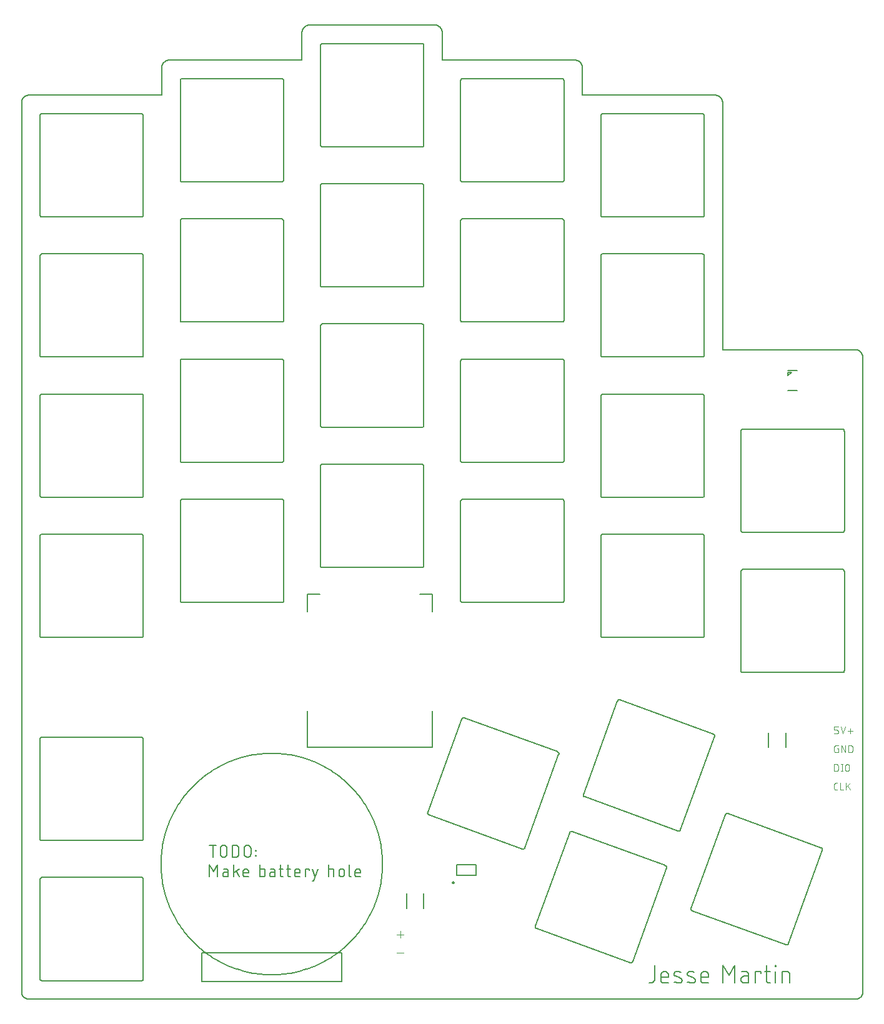
<source format=gto>
G75*
%MOIN*%
%OFA0B0*%
%FSLAX25Y25*%
%IPPOS*%
%LPD*%
%AMOC8*
5,1,8,0,0,1.08239X$1,22.5*
%
%ADD10C,0.00591*%
%ADD11C,0.00800*%
%ADD12C,0.00600*%
%ADD13C,0.00300*%
%ADD14C,0.00400*%
%ADD15C,0.00500*%
%ADD16C,0.00787*%
D10*
X0089883Y0072166D02*
X0089883Y0546576D01*
X0089885Y0546700D01*
X0089891Y0546823D01*
X0089900Y0546947D01*
X0089914Y0547069D01*
X0089931Y0547192D01*
X0089953Y0547314D01*
X0089978Y0547435D01*
X0090007Y0547555D01*
X0090039Y0547674D01*
X0090076Y0547793D01*
X0090116Y0547910D01*
X0090159Y0548025D01*
X0090207Y0548140D01*
X0090258Y0548252D01*
X0090312Y0548363D01*
X0090370Y0548473D01*
X0090431Y0548580D01*
X0090496Y0548686D01*
X0090564Y0548789D01*
X0090635Y0548890D01*
X0090709Y0548989D01*
X0090786Y0549086D01*
X0090867Y0549180D01*
X0090950Y0549271D01*
X0091036Y0549360D01*
X0091125Y0549446D01*
X0091216Y0549529D01*
X0091310Y0549610D01*
X0091407Y0549687D01*
X0091506Y0549761D01*
X0091607Y0549832D01*
X0091710Y0549900D01*
X0091816Y0549965D01*
X0091923Y0550026D01*
X0092033Y0550084D01*
X0092144Y0550138D01*
X0092256Y0550189D01*
X0092371Y0550237D01*
X0092486Y0550280D01*
X0092603Y0550320D01*
X0092722Y0550357D01*
X0092841Y0550389D01*
X0092961Y0550418D01*
X0093082Y0550443D01*
X0093204Y0550465D01*
X0093327Y0550482D01*
X0093449Y0550496D01*
X0093573Y0550505D01*
X0093696Y0550511D01*
X0093820Y0550513D01*
X0164686Y0550513D01*
X0164686Y0565276D01*
X0164688Y0565400D01*
X0164694Y0565523D01*
X0164703Y0565647D01*
X0164717Y0565769D01*
X0164734Y0565892D01*
X0164756Y0566014D01*
X0164781Y0566135D01*
X0164810Y0566255D01*
X0164842Y0566374D01*
X0164879Y0566493D01*
X0164919Y0566610D01*
X0164962Y0566725D01*
X0165010Y0566840D01*
X0165061Y0566952D01*
X0165115Y0567063D01*
X0165173Y0567173D01*
X0165234Y0567280D01*
X0165299Y0567386D01*
X0165367Y0567489D01*
X0165438Y0567590D01*
X0165512Y0567689D01*
X0165589Y0567786D01*
X0165670Y0567880D01*
X0165753Y0567971D01*
X0165839Y0568060D01*
X0165928Y0568146D01*
X0166019Y0568229D01*
X0166113Y0568310D01*
X0166210Y0568387D01*
X0166309Y0568461D01*
X0166410Y0568532D01*
X0166513Y0568600D01*
X0166619Y0568665D01*
X0166726Y0568726D01*
X0166836Y0568784D01*
X0166947Y0568838D01*
X0167059Y0568889D01*
X0167174Y0568937D01*
X0167289Y0568980D01*
X0167406Y0569020D01*
X0167525Y0569057D01*
X0167644Y0569089D01*
X0167764Y0569118D01*
X0167885Y0569143D01*
X0168007Y0569165D01*
X0168130Y0569182D01*
X0168252Y0569196D01*
X0168376Y0569205D01*
X0168499Y0569211D01*
X0168623Y0569213D01*
X0239489Y0569213D01*
X0239489Y0583977D01*
X0239491Y0584101D01*
X0239497Y0584224D01*
X0239506Y0584348D01*
X0239520Y0584470D01*
X0239537Y0584593D01*
X0239559Y0584715D01*
X0239584Y0584836D01*
X0239613Y0584956D01*
X0239645Y0585075D01*
X0239682Y0585194D01*
X0239722Y0585311D01*
X0239765Y0585426D01*
X0239813Y0585541D01*
X0239864Y0585653D01*
X0239918Y0585764D01*
X0239976Y0585874D01*
X0240037Y0585981D01*
X0240102Y0586087D01*
X0240170Y0586190D01*
X0240241Y0586291D01*
X0240315Y0586390D01*
X0240392Y0586487D01*
X0240473Y0586581D01*
X0240556Y0586672D01*
X0240642Y0586761D01*
X0240731Y0586847D01*
X0240822Y0586930D01*
X0240916Y0587011D01*
X0241013Y0587088D01*
X0241112Y0587162D01*
X0241213Y0587233D01*
X0241316Y0587301D01*
X0241422Y0587366D01*
X0241529Y0587427D01*
X0241639Y0587485D01*
X0241750Y0587539D01*
X0241862Y0587590D01*
X0241977Y0587638D01*
X0242092Y0587681D01*
X0242209Y0587721D01*
X0242328Y0587758D01*
X0242447Y0587790D01*
X0242567Y0587819D01*
X0242688Y0587844D01*
X0242810Y0587866D01*
X0242933Y0587883D01*
X0243055Y0587897D01*
X0243179Y0587906D01*
X0243302Y0587912D01*
X0243426Y0587914D01*
X0310355Y0587914D01*
X0310479Y0587912D01*
X0310602Y0587906D01*
X0310726Y0587897D01*
X0310848Y0587883D01*
X0310971Y0587866D01*
X0311093Y0587844D01*
X0311214Y0587819D01*
X0311334Y0587790D01*
X0311453Y0587758D01*
X0311572Y0587721D01*
X0311689Y0587681D01*
X0311804Y0587638D01*
X0311919Y0587590D01*
X0312031Y0587539D01*
X0312142Y0587485D01*
X0312252Y0587427D01*
X0312359Y0587366D01*
X0312465Y0587301D01*
X0312568Y0587233D01*
X0312669Y0587162D01*
X0312768Y0587088D01*
X0312865Y0587011D01*
X0312959Y0586930D01*
X0313050Y0586847D01*
X0313139Y0586761D01*
X0313225Y0586672D01*
X0313308Y0586581D01*
X0313389Y0586487D01*
X0313466Y0586390D01*
X0313540Y0586291D01*
X0313611Y0586190D01*
X0313679Y0586087D01*
X0313744Y0585981D01*
X0313805Y0585874D01*
X0313863Y0585764D01*
X0313917Y0585653D01*
X0313968Y0585541D01*
X0314016Y0585426D01*
X0314059Y0585311D01*
X0314099Y0585194D01*
X0314136Y0585075D01*
X0314168Y0584956D01*
X0314197Y0584836D01*
X0314222Y0584715D01*
X0314244Y0584593D01*
X0314261Y0584470D01*
X0314275Y0584348D01*
X0314284Y0584224D01*
X0314290Y0584101D01*
X0314292Y0583977D01*
X0314292Y0569213D01*
X0385158Y0569213D01*
X0385282Y0569211D01*
X0385405Y0569205D01*
X0385529Y0569196D01*
X0385651Y0569182D01*
X0385774Y0569165D01*
X0385896Y0569143D01*
X0386017Y0569118D01*
X0386137Y0569089D01*
X0386256Y0569057D01*
X0386375Y0569020D01*
X0386492Y0568980D01*
X0386607Y0568937D01*
X0386722Y0568889D01*
X0386834Y0568838D01*
X0386945Y0568784D01*
X0387055Y0568726D01*
X0387162Y0568665D01*
X0387268Y0568600D01*
X0387371Y0568532D01*
X0387472Y0568461D01*
X0387571Y0568387D01*
X0387668Y0568310D01*
X0387762Y0568229D01*
X0387853Y0568146D01*
X0387942Y0568060D01*
X0388028Y0567971D01*
X0388111Y0567880D01*
X0388192Y0567786D01*
X0388269Y0567689D01*
X0388343Y0567590D01*
X0388414Y0567489D01*
X0388482Y0567386D01*
X0388547Y0567280D01*
X0388608Y0567173D01*
X0388666Y0567063D01*
X0388720Y0566952D01*
X0388771Y0566840D01*
X0388819Y0566725D01*
X0388862Y0566610D01*
X0388902Y0566493D01*
X0388939Y0566374D01*
X0388971Y0566255D01*
X0389000Y0566135D01*
X0389025Y0566014D01*
X0389047Y0565892D01*
X0389064Y0565769D01*
X0389078Y0565647D01*
X0389087Y0565523D01*
X0389093Y0565400D01*
X0389095Y0565276D01*
X0389095Y0550513D01*
X0459961Y0550513D01*
X0460085Y0550511D01*
X0460208Y0550505D01*
X0460332Y0550496D01*
X0460454Y0550482D01*
X0460577Y0550465D01*
X0460699Y0550443D01*
X0460820Y0550418D01*
X0460940Y0550389D01*
X0461059Y0550357D01*
X0461178Y0550320D01*
X0461295Y0550280D01*
X0461410Y0550237D01*
X0461525Y0550189D01*
X0461637Y0550138D01*
X0461748Y0550084D01*
X0461858Y0550026D01*
X0461965Y0549965D01*
X0462071Y0549900D01*
X0462174Y0549832D01*
X0462275Y0549761D01*
X0462374Y0549687D01*
X0462471Y0549610D01*
X0462565Y0549529D01*
X0462656Y0549446D01*
X0462745Y0549360D01*
X0462831Y0549271D01*
X0462914Y0549180D01*
X0462995Y0549086D01*
X0463072Y0548989D01*
X0463146Y0548890D01*
X0463217Y0548789D01*
X0463285Y0548686D01*
X0463350Y0548580D01*
X0463411Y0548473D01*
X0463469Y0548363D01*
X0463523Y0548252D01*
X0463574Y0548140D01*
X0463622Y0548025D01*
X0463665Y0547910D01*
X0463705Y0547793D01*
X0463742Y0547674D01*
X0463774Y0547555D01*
X0463803Y0547435D01*
X0463828Y0547314D01*
X0463850Y0547192D01*
X0463867Y0547069D01*
X0463881Y0546947D01*
X0463890Y0546823D01*
X0463896Y0546700D01*
X0463898Y0546576D01*
X0463898Y0414686D01*
X0534765Y0414686D01*
X0534889Y0414684D01*
X0535012Y0414678D01*
X0535136Y0414669D01*
X0535258Y0414655D01*
X0535381Y0414638D01*
X0535503Y0414616D01*
X0535624Y0414591D01*
X0535744Y0414562D01*
X0535863Y0414530D01*
X0535982Y0414493D01*
X0536099Y0414453D01*
X0536214Y0414410D01*
X0536329Y0414362D01*
X0536441Y0414311D01*
X0536552Y0414257D01*
X0536662Y0414199D01*
X0536769Y0414138D01*
X0536875Y0414073D01*
X0536978Y0414005D01*
X0537079Y0413934D01*
X0537178Y0413860D01*
X0537275Y0413783D01*
X0537369Y0413702D01*
X0537460Y0413619D01*
X0537549Y0413533D01*
X0537635Y0413444D01*
X0537718Y0413353D01*
X0537799Y0413259D01*
X0537876Y0413162D01*
X0537950Y0413063D01*
X0538021Y0412962D01*
X0538089Y0412859D01*
X0538154Y0412753D01*
X0538215Y0412646D01*
X0538273Y0412536D01*
X0538327Y0412425D01*
X0538378Y0412313D01*
X0538426Y0412198D01*
X0538469Y0412083D01*
X0538509Y0411966D01*
X0538546Y0411847D01*
X0538578Y0411728D01*
X0538607Y0411608D01*
X0538632Y0411487D01*
X0538654Y0411365D01*
X0538671Y0411242D01*
X0538685Y0411120D01*
X0538694Y0410996D01*
X0538700Y0410873D01*
X0538702Y0410749D01*
X0538702Y0072166D01*
X0538700Y0072042D01*
X0538694Y0071919D01*
X0538685Y0071795D01*
X0538671Y0071673D01*
X0538654Y0071550D01*
X0538632Y0071428D01*
X0538607Y0071307D01*
X0538578Y0071187D01*
X0538546Y0071068D01*
X0538509Y0070949D01*
X0538469Y0070832D01*
X0538426Y0070717D01*
X0538378Y0070602D01*
X0538327Y0070490D01*
X0538273Y0070379D01*
X0538215Y0070269D01*
X0538154Y0070162D01*
X0538089Y0070056D01*
X0538021Y0069953D01*
X0537950Y0069852D01*
X0537876Y0069753D01*
X0537799Y0069656D01*
X0537718Y0069562D01*
X0537635Y0069471D01*
X0537549Y0069382D01*
X0537460Y0069296D01*
X0537369Y0069213D01*
X0537275Y0069132D01*
X0537178Y0069055D01*
X0537079Y0068981D01*
X0536978Y0068910D01*
X0536875Y0068842D01*
X0536769Y0068777D01*
X0536662Y0068716D01*
X0536552Y0068658D01*
X0536441Y0068604D01*
X0536329Y0068553D01*
X0536214Y0068505D01*
X0536099Y0068462D01*
X0535982Y0068422D01*
X0535863Y0068385D01*
X0535744Y0068353D01*
X0535624Y0068324D01*
X0535503Y0068299D01*
X0535381Y0068277D01*
X0535258Y0068260D01*
X0535136Y0068246D01*
X0535012Y0068237D01*
X0534889Y0068231D01*
X0534765Y0068229D01*
X0093820Y0068229D01*
X0093696Y0068231D01*
X0093573Y0068237D01*
X0093449Y0068246D01*
X0093327Y0068260D01*
X0093204Y0068277D01*
X0093082Y0068299D01*
X0092961Y0068324D01*
X0092841Y0068353D01*
X0092722Y0068385D01*
X0092603Y0068422D01*
X0092486Y0068462D01*
X0092371Y0068505D01*
X0092256Y0068553D01*
X0092144Y0068604D01*
X0092033Y0068658D01*
X0091923Y0068716D01*
X0091816Y0068777D01*
X0091710Y0068842D01*
X0091607Y0068910D01*
X0091506Y0068981D01*
X0091407Y0069055D01*
X0091310Y0069132D01*
X0091216Y0069213D01*
X0091125Y0069296D01*
X0091036Y0069382D01*
X0090950Y0069471D01*
X0090867Y0069562D01*
X0090786Y0069656D01*
X0090709Y0069753D01*
X0090635Y0069852D01*
X0090564Y0069953D01*
X0090496Y0070056D01*
X0090431Y0070162D01*
X0090370Y0070269D01*
X0090312Y0070379D01*
X0090258Y0070490D01*
X0090207Y0070602D01*
X0090159Y0070717D01*
X0090116Y0070832D01*
X0090076Y0070949D01*
X0090039Y0071068D01*
X0090007Y0071187D01*
X0089978Y0071307D01*
X0089953Y0071428D01*
X0089931Y0071550D01*
X0089914Y0071673D01*
X0089900Y0071795D01*
X0089891Y0071919D01*
X0089885Y0072042D01*
X0089883Y0072166D01*
X0185946Y0077678D02*
X0260749Y0077678D01*
D11*
X0424535Y0076897D02*
X0425557Y0076897D01*
X0425646Y0076899D01*
X0425735Y0076905D01*
X0425824Y0076914D01*
X0425912Y0076928D01*
X0425999Y0076945D01*
X0426086Y0076967D01*
X0426172Y0076992D01*
X0426256Y0077020D01*
X0426339Y0077053D01*
X0426421Y0077089D01*
X0426501Y0077128D01*
X0426579Y0077171D01*
X0426655Y0077217D01*
X0426729Y0077267D01*
X0426801Y0077319D01*
X0426871Y0077375D01*
X0426938Y0077434D01*
X0427002Y0077496D01*
X0427064Y0077560D01*
X0427123Y0077627D01*
X0427179Y0077697D01*
X0427231Y0077769D01*
X0427281Y0077843D01*
X0427327Y0077919D01*
X0427370Y0077997D01*
X0427409Y0078077D01*
X0427445Y0078159D01*
X0427478Y0078242D01*
X0427506Y0078326D01*
X0427531Y0078412D01*
X0427553Y0078499D01*
X0427570Y0078586D01*
X0427584Y0078674D01*
X0427593Y0078763D01*
X0427599Y0078852D01*
X0427601Y0078941D01*
X0427601Y0086097D01*
X0430936Y0080986D02*
X0430936Y0078430D01*
X0430938Y0078355D01*
X0430943Y0078280D01*
X0430953Y0078205D01*
X0430965Y0078131D01*
X0430982Y0078058D01*
X0431002Y0077985D01*
X0431026Y0077914D01*
X0431053Y0077843D01*
X0431083Y0077775D01*
X0431117Y0077707D01*
X0431154Y0077642D01*
X0431194Y0077578D01*
X0431238Y0077517D01*
X0431284Y0077457D01*
X0431333Y0077401D01*
X0431385Y0077346D01*
X0431440Y0077294D01*
X0431496Y0077245D01*
X0431556Y0077199D01*
X0431617Y0077155D01*
X0431681Y0077115D01*
X0431746Y0077078D01*
X0431814Y0077044D01*
X0431882Y0077014D01*
X0431953Y0076987D01*
X0432024Y0076963D01*
X0432097Y0076943D01*
X0432170Y0076926D01*
X0432244Y0076914D01*
X0432319Y0076904D01*
X0432394Y0076899D01*
X0432469Y0076897D01*
X0435024Y0076897D01*
X0435024Y0079964D02*
X0430936Y0079964D01*
X0430936Y0080986D02*
X0430938Y0081075D01*
X0430944Y0081164D01*
X0430953Y0081253D01*
X0430967Y0081341D01*
X0430984Y0081428D01*
X0431006Y0081515D01*
X0431031Y0081601D01*
X0431059Y0081685D01*
X0431092Y0081768D01*
X0431128Y0081850D01*
X0431167Y0081930D01*
X0431210Y0082008D01*
X0431256Y0082084D01*
X0431306Y0082158D01*
X0431358Y0082230D01*
X0431414Y0082300D01*
X0431473Y0082367D01*
X0431535Y0082431D01*
X0431599Y0082493D01*
X0431666Y0082552D01*
X0431736Y0082608D01*
X0431808Y0082660D01*
X0431882Y0082710D01*
X0431958Y0082756D01*
X0432036Y0082799D01*
X0432116Y0082838D01*
X0432198Y0082874D01*
X0432281Y0082907D01*
X0432365Y0082935D01*
X0432451Y0082960D01*
X0432538Y0082982D01*
X0432625Y0082999D01*
X0432713Y0083013D01*
X0432802Y0083022D01*
X0432891Y0083028D01*
X0432980Y0083030D01*
X0433069Y0083028D01*
X0433158Y0083022D01*
X0433247Y0083013D01*
X0433335Y0082999D01*
X0433422Y0082982D01*
X0433509Y0082960D01*
X0433595Y0082935D01*
X0433679Y0082907D01*
X0433762Y0082874D01*
X0433844Y0082838D01*
X0433924Y0082799D01*
X0434002Y0082756D01*
X0434078Y0082710D01*
X0434152Y0082660D01*
X0434224Y0082608D01*
X0434294Y0082552D01*
X0434361Y0082493D01*
X0434425Y0082431D01*
X0434487Y0082367D01*
X0434546Y0082300D01*
X0434602Y0082230D01*
X0434654Y0082158D01*
X0434704Y0082084D01*
X0434750Y0082008D01*
X0434793Y0081930D01*
X0434832Y0081850D01*
X0434868Y0081768D01*
X0434901Y0081685D01*
X0434929Y0081601D01*
X0434954Y0081515D01*
X0434976Y0081428D01*
X0434993Y0081341D01*
X0435007Y0081253D01*
X0435016Y0081164D01*
X0435022Y0081075D01*
X0435024Y0080986D01*
X0435024Y0079964D01*
X0438826Y0080475D02*
X0441382Y0079452D01*
X0441448Y0079424D01*
X0441513Y0079391D01*
X0441576Y0079356D01*
X0441636Y0079317D01*
X0441695Y0079275D01*
X0441751Y0079229D01*
X0441804Y0079181D01*
X0441855Y0079130D01*
X0441903Y0079076D01*
X0441948Y0079020D01*
X0441990Y0078961D01*
X0442028Y0078900D01*
X0442064Y0078837D01*
X0442095Y0078772D01*
X0442123Y0078706D01*
X0442148Y0078638D01*
X0442169Y0078569D01*
X0442186Y0078499D01*
X0442199Y0078428D01*
X0442208Y0078357D01*
X0442214Y0078285D01*
X0442215Y0078213D01*
X0442213Y0078141D01*
X0442206Y0078069D01*
X0442196Y0077998D01*
X0442182Y0077927D01*
X0442164Y0077857D01*
X0442142Y0077788D01*
X0442117Y0077721D01*
X0442088Y0077655D01*
X0442055Y0077591D01*
X0442019Y0077528D01*
X0441979Y0077468D01*
X0441937Y0077410D01*
X0441891Y0077354D01*
X0441842Y0077301D01*
X0441791Y0077250D01*
X0441737Y0077203D01*
X0441680Y0077158D01*
X0441621Y0077117D01*
X0441560Y0077079D01*
X0441497Y0077044D01*
X0441432Y0077013D01*
X0441365Y0076985D01*
X0441297Y0076961D01*
X0441228Y0076941D01*
X0441158Y0076924D01*
X0441087Y0076912D01*
X0441015Y0076903D01*
X0440943Y0076898D01*
X0440871Y0076897D01*
X0441637Y0082519D02*
X0441501Y0082578D01*
X0441363Y0082634D01*
X0441225Y0082686D01*
X0441084Y0082735D01*
X0440943Y0082780D01*
X0440801Y0082821D01*
X0440657Y0082859D01*
X0440513Y0082893D01*
X0440368Y0082923D01*
X0440222Y0082950D01*
X0440076Y0082973D01*
X0439928Y0082992D01*
X0439781Y0083007D01*
X0439633Y0083019D01*
X0439485Y0083026D01*
X0439337Y0083030D01*
X0439265Y0083029D01*
X0439193Y0083024D01*
X0439121Y0083015D01*
X0439050Y0083003D01*
X0438980Y0082986D01*
X0438911Y0082966D01*
X0438843Y0082942D01*
X0438776Y0082914D01*
X0438711Y0082883D01*
X0438648Y0082848D01*
X0438587Y0082810D01*
X0438528Y0082769D01*
X0438471Y0082724D01*
X0438417Y0082677D01*
X0438366Y0082626D01*
X0438317Y0082573D01*
X0438271Y0082517D01*
X0438229Y0082459D01*
X0438189Y0082399D01*
X0438153Y0082336D01*
X0438120Y0082272D01*
X0438091Y0082206D01*
X0438066Y0082139D01*
X0438044Y0082070D01*
X0438026Y0082000D01*
X0438012Y0081929D01*
X0438002Y0081858D01*
X0437995Y0081786D01*
X0437993Y0081714D01*
X0437994Y0081642D01*
X0438000Y0081570D01*
X0438009Y0081499D01*
X0438022Y0081428D01*
X0438039Y0081358D01*
X0438060Y0081289D01*
X0438085Y0081221D01*
X0438113Y0081155D01*
X0438144Y0081090D01*
X0438180Y0081027D01*
X0438218Y0080966D01*
X0438260Y0080907D01*
X0438305Y0080851D01*
X0438353Y0080797D01*
X0438404Y0080746D01*
X0438457Y0080698D01*
X0438513Y0080652D01*
X0438572Y0080610D01*
X0438632Y0080571D01*
X0438695Y0080536D01*
X0438760Y0080503D01*
X0438826Y0080475D01*
X0438059Y0077408D02*
X0438253Y0077341D01*
X0438448Y0077278D01*
X0438645Y0077220D01*
X0438843Y0077167D01*
X0439042Y0077119D01*
X0439242Y0077075D01*
X0439443Y0077036D01*
X0439646Y0077002D01*
X0439848Y0076972D01*
X0440052Y0076947D01*
X0440256Y0076927D01*
X0440461Y0076912D01*
X0440665Y0076902D01*
X0440870Y0076897D01*
X0446461Y0083030D02*
X0446609Y0083026D01*
X0446757Y0083019D01*
X0446905Y0083007D01*
X0447052Y0082992D01*
X0447200Y0082973D01*
X0447346Y0082950D01*
X0447492Y0082923D01*
X0447637Y0082893D01*
X0447781Y0082859D01*
X0447925Y0082821D01*
X0448067Y0082780D01*
X0448208Y0082735D01*
X0448349Y0082686D01*
X0448487Y0082634D01*
X0448625Y0082578D01*
X0448761Y0082519D01*
X0446461Y0083030D02*
X0446389Y0083029D01*
X0446317Y0083024D01*
X0446245Y0083015D01*
X0446174Y0083003D01*
X0446104Y0082986D01*
X0446035Y0082966D01*
X0445967Y0082942D01*
X0445900Y0082914D01*
X0445835Y0082883D01*
X0445772Y0082848D01*
X0445711Y0082810D01*
X0445652Y0082769D01*
X0445595Y0082724D01*
X0445541Y0082677D01*
X0445490Y0082626D01*
X0445441Y0082573D01*
X0445395Y0082517D01*
X0445353Y0082459D01*
X0445313Y0082399D01*
X0445277Y0082336D01*
X0445244Y0082272D01*
X0445215Y0082206D01*
X0445190Y0082139D01*
X0445168Y0082070D01*
X0445150Y0082000D01*
X0445136Y0081929D01*
X0445126Y0081858D01*
X0445119Y0081786D01*
X0445117Y0081714D01*
X0445118Y0081642D01*
X0445124Y0081570D01*
X0445133Y0081499D01*
X0445146Y0081428D01*
X0445163Y0081358D01*
X0445184Y0081289D01*
X0445209Y0081221D01*
X0445237Y0081155D01*
X0445268Y0081090D01*
X0445304Y0081027D01*
X0445342Y0080966D01*
X0445384Y0080907D01*
X0445429Y0080851D01*
X0445477Y0080797D01*
X0445528Y0080746D01*
X0445581Y0080698D01*
X0445637Y0080652D01*
X0445696Y0080610D01*
X0445756Y0080571D01*
X0445819Y0080536D01*
X0445884Y0080503D01*
X0445950Y0080475D01*
X0448506Y0079452D01*
X0448572Y0079424D01*
X0448637Y0079391D01*
X0448700Y0079356D01*
X0448760Y0079317D01*
X0448819Y0079275D01*
X0448875Y0079229D01*
X0448928Y0079181D01*
X0448979Y0079130D01*
X0449027Y0079076D01*
X0449072Y0079020D01*
X0449114Y0078961D01*
X0449152Y0078900D01*
X0449188Y0078837D01*
X0449219Y0078772D01*
X0449247Y0078706D01*
X0449272Y0078638D01*
X0449293Y0078569D01*
X0449310Y0078499D01*
X0449323Y0078428D01*
X0449332Y0078357D01*
X0449338Y0078285D01*
X0449339Y0078213D01*
X0449337Y0078141D01*
X0449330Y0078069D01*
X0449320Y0077998D01*
X0449306Y0077927D01*
X0449288Y0077857D01*
X0449266Y0077788D01*
X0449241Y0077721D01*
X0449212Y0077655D01*
X0449179Y0077591D01*
X0449143Y0077528D01*
X0449103Y0077468D01*
X0449061Y0077410D01*
X0449015Y0077354D01*
X0448966Y0077301D01*
X0448915Y0077250D01*
X0448861Y0077203D01*
X0448804Y0077158D01*
X0448745Y0077117D01*
X0448684Y0077079D01*
X0448621Y0077044D01*
X0448556Y0077013D01*
X0448489Y0076985D01*
X0448421Y0076961D01*
X0448352Y0076941D01*
X0448282Y0076924D01*
X0448211Y0076912D01*
X0448139Y0076903D01*
X0448067Y0076898D01*
X0447995Y0076897D01*
X0452307Y0078430D02*
X0452307Y0080986D01*
X0452307Y0079964D02*
X0456396Y0079964D01*
X0456396Y0080986D01*
X0456394Y0081075D01*
X0456388Y0081164D01*
X0456379Y0081253D01*
X0456365Y0081341D01*
X0456348Y0081428D01*
X0456326Y0081515D01*
X0456301Y0081601D01*
X0456273Y0081685D01*
X0456240Y0081768D01*
X0456204Y0081850D01*
X0456165Y0081930D01*
X0456122Y0082008D01*
X0456076Y0082084D01*
X0456026Y0082158D01*
X0455974Y0082230D01*
X0455918Y0082300D01*
X0455859Y0082367D01*
X0455797Y0082431D01*
X0455733Y0082493D01*
X0455666Y0082552D01*
X0455596Y0082608D01*
X0455524Y0082660D01*
X0455450Y0082710D01*
X0455374Y0082756D01*
X0455296Y0082799D01*
X0455216Y0082838D01*
X0455134Y0082874D01*
X0455051Y0082907D01*
X0454967Y0082935D01*
X0454881Y0082960D01*
X0454794Y0082982D01*
X0454707Y0082999D01*
X0454619Y0083013D01*
X0454530Y0083022D01*
X0454441Y0083028D01*
X0454352Y0083030D01*
X0454263Y0083028D01*
X0454174Y0083022D01*
X0454085Y0083013D01*
X0453997Y0082999D01*
X0453910Y0082982D01*
X0453823Y0082960D01*
X0453737Y0082935D01*
X0453653Y0082907D01*
X0453570Y0082874D01*
X0453488Y0082838D01*
X0453408Y0082799D01*
X0453330Y0082756D01*
X0453254Y0082710D01*
X0453180Y0082660D01*
X0453108Y0082608D01*
X0453038Y0082552D01*
X0452971Y0082493D01*
X0452907Y0082431D01*
X0452845Y0082367D01*
X0452786Y0082300D01*
X0452730Y0082230D01*
X0452678Y0082158D01*
X0452628Y0082084D01*
X0452582Y0082008D01*
X0452539Y0081930D01*
X0452500Y0081850D01*
X0452464Y0081768D01*
X0452431Y0081685D01*
X0452403Y0081601D01*
X0452378Y0081515D01*
X0452356Y0081428D01*
X0452339Y0081341D01*
X0452325Y0081253D01*
X0452316Y0081164D01*
X0452310Y0081075D01*
X0452308Y0080986D01*
X0452308Y0078430D02*
X0452310Y0078355D01*
X0452315Y0078280D01*
X0452325Y0078205D01*
X0452337Y0078131D01*
X0452354Y0078058D01*
X0452374Y0077985D01*
X0452398Y0077914D01*
X0452425Y0077843D01*
X0452455Y0077775D01*
X0452489Y0077707D01*
X0452526Y0077642D01*
X0452566Y0077578D01*
X0452610Y0077517D01*
X0452656Y0077457D01*
X0452705Y0077401D01*
X0452757Y0077346D01*
X0452812Y0077294D01*
X0452868Y0077245D01*
X0452928Y0077199D01*
X0452989Y0077155D01*
X0453053Y0077115D01*
X0453118Y0077078D01*
X0453186Y0077044D01*
X0453254Y0077014D01*
X0453325Y0076987D01*
X0453396Y0076963D01*
X0453469Y0076943D01*
X0453542Y0076926D01*
X0453616Y0076914D01*
X0453691Y0076904D01*
X0453766Y0076899D01*
X0453841Y0076897D01*
X0456396Y0076897D01*
X0464163Y0076897D02*
X0464163Y0086097D01*
X0467230Y0080986D01*
X0470297Y0086097D01*
X0470297Y0076897D01*
X0475448Y0076897D02*
X0477748Y0076897D01*
X0477748Y0081497D01*
X0477748Y0080475D02*
X0475448Y0080475D01*
X0477748Y0081497D02*
X0477746Y0081572D01*
X0477741Y0081647D01*
X0477731Y0081722D01*
X0477719Y0081796D01*
X0477702Y0081869D01*
X0477682Y0081942D01*
X0477658Y0082013D01*
X0477631Y0082084D01*
X0477601Y0082152D01*
X0477567Y0082220D01*
X0477530Y0082285D01*
X0477490Y0082349D01*
X0477446Y0082410D01*
X0477400Y0082470D01*
X0477351Y0082526D01*
X0477299Y0082581D01*
X0477244Y0082633D01*
X0477188Y0082682D01*
X0477128Y0082728D01*
X0477067Y0082772D01*
X0477003Y0082812D01*
X0476938Y0082849D01*
X0476870Y0082883D01*
X0476802Y0082913D01*
X0476731Y0082940D01*
X0476660Y0082964D01*
X0476587Y0082984D01*
X0476514Y0083001D01*
X0476440Y0083013D01*
X0476365Y0083023D01*
X0476290Y0083028D01*
X0476215Y0083030D01*
X0474170Y0083030D01*
X0475448Y0080475D02*
X0475364Y0080473D01*
X0475280Y0080467D01*
X0475197Y0080457D01*
X0475114Y0080444D01*
X0475032Y0080426D01*
X0474951Y0080405D01*
X0474871Y0080379D01*
X0474793Y0080351D01*
X0474715Y0080318D01*
X0474640Y0080282D01*
X0474566Y0080242D01*
X0474494Y0080199D01*
X0474424Y0080153D01*
X0474356Y0080103D01*
X0474291Y0080050D01*
X0474228Y0079995D01*
X0474168Y0079936D01*
X0474111Y0079875D01*
X0474057Y0079811D01*
X0474006Y0079744D01*
X0473958Y0079676D01*
X0473913Y0079605D01*
X0473871Y0079532D01*
X0473834Y0079457D01*
X0473799Y0079380D01*
X0473768Y0079302D01*
X0473741Y0079223D01*
X0473718Y0079142D01*
X0473699Y0079061D01*
X0473683Y0078978D01*
X0473671Y0078895D01*
X0473663Y0078812D01*
X0473659Y0078728D01*
X0473659Y0078644D01*
X0473663Y0078560D01*
X0473671Y0078477D01*
X0473683Y0078394D01*
X0473699Y0078311D01*
X0473718Y0078230D01*
X0473741Y0078149D01*
X0473768Y0078070D01*
X0473799Y0077992D01*
X0473834Y0077915D01*
X0473871Y0077840D01*
X0473913Y0077767D01*
X0473958Y0077696D01*
X0474006Y0077628D01*
X0474057Y0077561D01*
X0474111Y0077497D01*
X0474168Y0077436D01*
X0474228Y0077377D01*
X0474291Y0077322D01*
X0474356Y0077269D01*
X0474424Y0077219D01*
X0474494Y0077173D01*
X0474566Y0077130D01*
X0474640Y0077090D01*
X0474715Y0077054D01*
X0474793Y0077021D01*
X0474871Y0076993D01*
X0474951Y0076967D01*
X0475032Y0076946D01*
X0475114Y0076928D01*
X0475197Y0076915D01*
X0475280Y0076905D01*
X0475364Y0076899D01*
X0475448Y0076897D01*
X0481377Y0076897D02*
X0481377Y0083030D01*
X0484443Y0083030D01*
X0484443Y0082008D01*
X0486213Y0083030D02*
X0489280Y0083030D01*
X0492164Y0083030D02*
X0492164Y0076897D01*
X0489280Y0076897D02*
X0488769Y0076897D01*
X0488694Y0076899D01*
X0488619Y0076904D01*
X0488544Y0076914D01*
X0488470Y0076926D01*
X0488397Y0076943D01*
X0488324Y0076963D01*
X0488253Y0076987D01*
X0488182Y0077014D01*
X0488114Y0077044D01*
X0488046Y0077078D01*
X0487981Y0077115D01*
X0487917Y0077155D01*
X0487856Y0077199D01*
X0487796Y0077245D01*
X0487740Y0077294D01*
X0487685Y0077346D01*
X0487633Y0077401D01*
X0487584Y0077457D01*
X0487538Y0077517D01*
X0487494Y0077578D01*
X0487454Y0077642D01*
X0487417Y0077707D01*
X0487383Y0077775D01*
X0487353Y0077843D01*
X0487326Y0077914D01*
X0487302Y0077985D01*
X0487282Y0078058D01*
X0487265Y0078131D01*
X0487253Y0078205D01*
X0487243Y0078280D01*
X0487238Y0078355D01*
X0487236Y0078430D01*
X0487236Y0086097D01*
X0491908Y0086097D02*
X0492419Y0086097D01*
X0492419Y0085586D01*
X0491908Y0085586D01*
X0491908Y0086097D01*
X0495599Y0083030D02*
X0498155Y0083030D01*
X0498230Y0083028D01*
X0498305Y0083023D01*
X0498380Y0083013D01*
X0498454Y0083001D01*
X0498527Y0082984D01*
X0498600Y0082964D01*
X0498671Y0082940D01*
X0498742Y0082913D01*
X0498810Y0082883D01*
X0498878Y0082849D01*
X0498943Y0082812D01*
X0499007Y0082772D01*
X0499068Y0082728D01*
X0499128Y0082682D01*
X0499184Y0082633D01*
X0499239Y0082581D01*
X0499291Y0082526D01*
X0499340Y0082470D01*
X0499386Y0082410D01*
X0499430Y0082349D01*
X0499470Y0082285D01*
X0499507Y0082220D01*
X0499541Y0082152D01*
X0499571Y0082084D01*
X0499598Y0082013D01*
X0499622Y0081942D01*
X0499642Y0081869D01*
X0499659Y0081796D01*
X0499671Y0081722D01*
X0499681Y0081647D01*
X0499686Y0081572D01*
X0499688Y0081497D01*
X0499688Y0076897D01*
X0495599Y0076897D02*
X0495599Y0083030D01*
X0447994Y0076897D02*
X0447789Y0076902D01*
X0447585Y0076912D01*
X0447380Y0076927D01*
X0447176Y0076947D01*
X0446972Y0076972D01*
X0446770Y0077002D01*
X0446567Y0077036D01*
X0446366Y0077075D01*
X0446166Y0077119D01*
X0445967Y0077167D01*
X0445769Y0077220D01*
X0445572Y0077278D01*
X0445377Y0077341D01*
X0445183Y0077408D01*
D12*
X0270663Y0133490D02*
X0268886Y0133490D01*
X0268886Y0133489D02*
X0268822Y0133491D01*
X0268757Y0133497D01*
X0268694Y0133506D01*
X0268631Y0133520D01*
X0268569Y0133537D01*
X0268508Y0133558D01*
X0268448Y0133583D01*
X0268390Y0133611D01*
X0268334Y0133643D01*
X0268280Y0133678D01*
X0268228Y0133716D01*
X0268178Y0133757D01*
X0268132Y0133802D01*
X0268087Y0133848D01*
X0268046Y0133898D01*
X0268008Y0133950D01*
X0267973Y0134004D01*
X0267941Y0134060D01*
X0267913Y0134118D01*
X0267888Y0134178D01*
X0267867Y0134239D01*
X0267850Y0134301D01*
X0267836Y0134364D01*
X0267827Y0134427D01*
X0267821Y0134492D01*
X0267819Y0134556D01*
X0267819Y0136334D01*
X0267819Y0135623D02*
X0270663Y0135623D01*
X0270663Y0136334D01*
X0270661Y0136408D01*
X0270655Y0136483D01*
X0270645Y0136556D01*
X0270632Y0136630D01*
X0270615Y0136702D01*
X0270593Y0136773D01*
X0270569Y0136844D01*
X0270540Y0136912D01*
X0270508Y0136980D01*
X0270472Y0137045D01*
X0270434Y0137108D01*
X0270391Y0137170D01*
X0270346Y0137229D01*
X0270298Y0137286D01*
X0270247Y0137340D01*
X0270193Y0137391D01*
X0270136Y0137439D01*
X0270077Y0137484D01*
X0270015Y0137527D01*
X0269952Y0137565D01*
X0269887Y0137601D01*
X0269819Y0137633D01*
X0269751Y0137662D01*
X0269680Y0137686D01*
X0269609Y0137708D01*
X0269537Y0137725D01*
X0269463Y0137738D01*
X0269390Y0137748D01*
X0269315Y0137754D01*
X0269241Y0137756D01*
X0269167Y0137754D01*
X0269092Y0137748D01*
X0269019Y0137738D01*
X0268945Y0137725D01*
X0268873Y0137708D01*
X0268802Y0137686D01*
X0268731Y0137662D01*
X0268663Y0137633D01*
X0268595Y0137601D01*
X0268530Y0137565D01*
X0268467Y0137527D01*
X0268405Y0137484D01*
X0268346Y0137439D01*
X0268289Y0137391D01*
X0268235Y0137340D01*
X0268184Y0137286D01*
X0268136Y0137229D01*
X0268091Y0137170D01*
X0268048Y0137108D01*
X0268010Y0137045D01*
X0267974Y0136980D01*
X0267942Y0136912D01*
X0267913Y0136844D01*
X0267889Y0136773D01*
X0267867Y0136702D01*
X0267850Y0136630D01*
X0267837Y0136556D01*
X0267827Y0136483D01*
X0267821Y0136408D01*
X0267819Y0136334D01*
X0265697Y0133489D02*
X0265633Y0133491D01*
X0265568Y0133497D01*
X0265505Y0133506D01*
X0265442Y0133520D01*
X0265380Y0133537D01*
X0265319Y0133558D01*
X0265259Y0133583D01*
X0265201Y0133611D01*
X0265145Y0133643D01*
X0265091Y0133678D01*
X0265039Y0133716D01*
X0264989Y0133757D01*
X0264943Y0133802D01*
X0264898Y0133848D01*
X0264857Y0133898D01*
X0264819Y0133950D01*
X0264784Y0134004D01*
X0264752Y0134060D01*
X0264724Y0134118D01*
X0264699Y0134178D01*
X0264678Y0134239D01*
X0264661Y0134301D01*
X0264647Y0134364D01*
X0264638Y0134427D01*
X0264632Y0134492D01*
X0264630Y0134556D01*
X0264630Y0139890D01*
X0262048Y0136334D02*
X0262048Y0134912D01*
X0262046Y0134838D01*
X0262040Y0134763D01*
X0262030Y0134690D01*
X0262017Y0134616D01*
X0262000Y0134544D01*
X0261978Y0134473D01*
X0261954Y0134402D01*
X0261925Y0134334D01*
X0261893Y0134266D01*
X0261857Y0134201D01*
X0261819Y0134138D01*
X0261776Y0134076D01*
X0261731Y0134017D01*
X0261683Y0133960D01*
X0261632Y0133906D01*
X0261578Y0133855D01*
X0261521Y0133807D01*
X0261462Y0133762D01*
X0261400Y0133719D01*
X0261337Y0133681D01*
X0261272Y0133645D01*
X0261204Y0133613D01*
X0261136Y0133584D01*
X0261065Y0133560D01*
X0260994Y0133538D01*
X0260922Y0133521D01*
X0260848Y0133508D01*
X0260775Y0133498D01*
X0260700Y0133492D01*
X0260626Y0133490D01*
X0260552Y0133492D01*
X0260477Y0133498D01*
X0260404Y0133508D01*
X0260330Y0133521D01*
X0260258Y0133538D01*
X0260187Y0133560D01*
X0260116Y0133584D01*
X0260048Y0133613D01*
X0259980Y0133645D01*
X0259915Y0133681D01*
X0259852Y0133719D01*
X0259790Y0133762D01*
X0259731Y0133807D01*
X0259674Y0133855D01*
X0259620Y0133906D01*
X0259569Y0133960D01*
X0259521Y0134017D01*
X0259476Y0134076D01*
X0259433Y0134138D01*
X0259395Y0134201D01*
X0259359Y0134266D01*
X0259327Y0134334D01*
X0259298Y0134402D01*
X0259274Y0134473D01*
X0259252Y0134544D01*
X0259235Y0134616D01*
X0259222Y0134690D01*
X0259212Y0134763D01*
X0259206Y0134838D01*
X0259204Y0134912D01*
X0259203Y0134912D02*
X0259203Y0136334D01*
X0259204Y0136334D02*
X0259206Y0136408D01*
X0259212Y0136483D01*
X0259222Y0136556D01*
X0259235Y0136630D01*
X0259252Y0136702D01*
X0259274Y0136773D01*
X0259298Y0136844D01*
X0259327Y0136912D01*
X0259359Y0136980D01*
X0259395Y0137045D01*
X0259433Y0137108D01*
X0259476Y0137170D01*
X0259521Y0137229D01*
X0259569Y0137286D01*
X0259620Y0137340D01*
X0259674Y0137391D01*
X0259731Y0137439D01*
X0259790Y0137484D01*
X0259852Y0137527D01*
X0259915Y0137565D01*
X0259980Y0137601D01*
X0260048Y0137633D01*
X0260116Y0137662D01*
X0260187Y0137686D01*
X0260258Y0137708D01*
X0260330Y0137725D01*
X0260404Y0137738D01*
X0260477Y0137748D01*
X0260552Y0137754D01*
X0260626Y0137756D01*
X0260700Y0137754D01*
X0260775Y0137748D01*
X0260848Y0137738D01*
X0260922Y0137725D01*
X0260994Y0137708D01*
X0261065Y0137686D01*
X0261136Y0137662D01*
X0261204Y0137633D01*
X0261272Y0137601D01*
X0261337Y0137565D01*
X0261400Y0137527D01*
X0261462Y0137484D01*
X0261521Y0137439D01*
X0261578Y0137391D01*
X0261632Y0137340D01*
X0261683Y0137286D01*
X0261731Y0137229D01*
X0261776Y0137170D01*
X0261819Y0137108D01*
X0261857Y0137045D01*
X0261893Y0136980D01*
X0261925Y0136912D01*
X0261954Y0136844D01*
X0261978Y0136773D01*
X0262000Y0136702D01*
X0262017Y0136630D01*
X0262030Y0136556D01*
X0262040Y0136483D01*
X0262046Y0136408D01*
X0262048Y0136334D01*
X0256509Y0136690D02*
X0256509Y0133490D01*
X0253665Y0133490D02*
X0253665Y0139890D01*
X0253665Y0137756D02*
X0255443Y0137756D01*
X0255443Y0137757D02*
X0255507Y0137755D01*
X0255572Y0137749D01*
X0255635Y0137740D01*
X0255698Y0137726D01*
X0255760Y0137709D01*
X0255821Y0137688D01*
X0255881Y0137663D01*
X0255939Y0137635D01*
X0255995Y0137603D01*
X0256049Y0137568D01*
X0256101Y0137530D01*
X0256151Y0137489D01*
X0256197Y0137444D01*
X0256242Y0137398D01*
X0256283Y0137348D01*
X0256321Y0137296D01*
X0256356Y0137242D01*
X0256388Y0137186D01*
X0256416Y0137128D01*
X0256441Y0137068D01*
X0256462Y0137007D01*
X0256479Y0136945D01*
X0256493Y0136882D01*
X0256502Y0136819D01*
X0256508Y0136754D01*
X0256510Y0136690D01*
X0247894Y0137756D02*
X0245760Y0131356D01*
X0245049Y0131356D01*
X0246471Y0133490D02*
X0245049Y0137756D01*
X0243318Y0137756D02*
X0243318Y0137045D01*
X0243318Y0137756D02*
X0241185Y0137756D01*
X0241185Y0133490D01*
X0238457Y0133490D02*
X0236680Y0133490D01*
X0236680Y0133489D02*
X0236616Y0133491D01*
X0236551Y0133497D01*
X0236488Y0133506D01*
X0236425Y0133520D01*
X0236363Y0133537D01*
X0236302Y0133558D01*
X0236242Y0133583D01*
X0236184Y0133611D01*
X0236128Y0133643D01*
X0236074Y0133678D01*
X0236022Y0133716D01*
X0235972Y0133757D01*
X0235926Y0133802D01*
X0235881Y0133848D01*
X0235840Y0133898D01*
X0235802Y0133950D01*
X0235767Y0134004D01*
X0235735Y0134060D01*
X0235707Y0134118D01*
X0235682Y0134178D01*
X0235661Y0134239D01*
X0235644Y0134301D01*
X0235630Y0134364D01*
X0235621Y0134427D01*
X0235615Y0134492D01*
X0235613Y0134556D01*
X0235613Y0136334D01*
X0235613Y0135623D02*
X0238457Y0135623D01*
X0238457Y0136334D01*
X0238455Y0136408D01*
X0238449Y0136483D01*
X0238439Y0136556D01*
X0238426Y0136630D01*
X0238409Y0136702D01*
X0238387Y0136773D01*
X0238363Y0136844D01*
X0238334Y0136912D01*
X0238302Y0136980D01*
X0238266Y0137045D01*
X0238228Y0137108D01*
X0238185Y0137170D01*
X0238140Y0137229D01*
X0238092Y0137286D01*
X0238041Y0137340D01*
X0237987Y0137391D01*
X0237930Y0137439D01*
X0237871Y0137484D01*
X0237809Y0137527D01*
X0237746Y0137565D01*
X0237681Y0137601D01*
X0237613Y0137633D01*
X0237545Y0137662D01*
X0237474Y0137686D01*
X0237403Y0137708D01*
X0237331Y0137725D01*
X0237257Y0137738D01*
X0237184Y0137748D01*
X0237109Y0137754D01*
X0237035Y0137756D01*
X0236961Y0137754D01*
X0236886Y0137748D01*
X0236813Y0137738D01*
X0236739Y0137725D01*
X0236667Y0137708D01*
X0236596Y0137686D01*
X0236525Y0137662D01*
X0236457Y0137633D01*
X0236389Y0137601D01*
X0236324Y0137565D01*
X0236261Y0137527D01*
X0236199Y0137484D01*
X0236140Y0137439D01*
X0236083Y0137391D01*
X0236029Y0137340D01*
X0235978Y0137286D01*
X0235930Y0137229D01*
X0235885Y0137170D01*
X0235842Y0137108D01*
X0235804Y0137045D01*
X0235768Y0136980D01*
X0235736Y0136912D01*
X0235707Y0136844D01*
X0235683Y0136773D01*
X0235661Y0136702D01*
X0235644Y0136630D01*
X0235631Y0136556D01*
X0235621Y0136483D01*
X0235615Y0136408D01*
X0235613Y0136334D01*
X0233338Y0137756D02*
X0231205Y0137756D01*
X0229441Y0137756D02*
X0227307Y0137756D01*
X0228018Y0139890D02*
X0228018Y0134556D01*
X0228020Y0134492D01*
X0228026Y0134427D01*
X0228035Y0134364D01*
X0228049Y0134301D01*
X0228066Y0134239D01*
X0228087Y0134178D01*
X0228112Y0134118D01*
X0228140Y0134060D01*
X0228172Y0134004D01*
X0228207Y0133950D01*
X0228245Y0133898D01*
X0228286Y0133848D01*
X0228331Y0133802D01*
X0228377Y0133757D01*
X0228427Y0133716D01*
X0228479Y0133678D01*
X0228533Y0133643D01*
X0228589Y0133611D01*
X0228647Y0133583D01*
X0228707Y0133558D01*
X0228768Y0133537D01*
X0228830Y0133520D01*
X0228893Y0133506D01*
X0228956Y0133497D01*
X0229021Y0133491D01*
X0229085Y0133489D01*
X0229085Y0133490D02*
X0229441Y0133490D01*
X0231916Y0134556D02*
X0231916Y0139890D01*
X0231915Y0134556D02*
X0231917Y0134492D01*
X0231923Y0134427D01*
X0231932Y0134364D01*
X0231946Y0134301D01*
X0231963Y0134239D01*
X0231984Y0134178D01*
X0232009Y0134118D01*
X0232037Y0134060D01*
X0232069Y0134004D01*
X0232104Y0133950D01*
X0232142Y0133898D01*
X0232183Y0133848D01*
X0232228Y0133802D01*
X0232274Y0133757D01*
X0232324Y0133716D01*
X0232376Y0133678D01*
X0232430Y0133643D01*
X0232486Y0133611D01*
X0232544Y0133583D01*
X0232604Y0133558D01*
X0232665Y0133537D01*
X0232727Y0133520D01*
X0232790Y0133506D01*
X0232853Y0133497D01*
X0232918Y0133491D01*
X0232982Y0133489D01*
X0232982Y0133490D02*
X0233338Y0133490D01*
X0225095Y0133490D02*
X0225095Y0136690D01*
X0225095Y0135979D02*
X0223495Y0135979D01*
X0225095Y0136690D02*
X0225093Y0136754D01*
X0225087Y0136819D01*
X0225078Y0136882D01*
X0225064Y0136945D01*
X0225047Y0137007D01*
X0225026Y0137068D01*
X0225001Y0137128D01*
X0224973Y0137186D01*
X0224941Y0137242D01*
X0224906Y0137296D01*
X0224868Y0137348D01*
X0224827Y0137398D01*
X0224782Y0137444D01*
X0224736Y0137489D01*
X0224686Y0137530D01*
X0224634Y0137568D01*
X0224580Y0137603D01*
X0224524Y0137635D01*
X0224466Y0137663D01*
X0224406Y0137688D01*
X0224345Y0137709D01*
X0224283Y0137726D01*
X0224220Y0137740D01*
X0224157Y0137749D01*
X0224092Y0137755D01*
X0224028Y0137757D01*
X0224028Y0137756D02*
X0222606Y0137756D01*
X0164292Y0140276D02*
X0164310Y0141725D01*
X0164363Y0143174D01*
X0164452Y0144620D01*
X0164576Y0146064D01*
X0164736Y0147505D01*
X0164931Y0148941D01*
X0165161Y0150372D01*
X0165427Y0151797D01*
X0165727Y0153215D01*
X0166062Y0154625D01*
X0166431Y0156027D01*
X0166835Y0157419D01*
X0167273Y0158800D01*
X0167744Y0160171D01*
X0168249Y0161530D01*
X0168787Y0162875D01*
X0169358Y0164208D01*
X0169962Y0165525D01*
X0170598Y0166828D01*
X0171265Y0168114D01*
X0171964Y0169384D01*
X0172694Y0170636D01*
X0173454Y0171870D01*
X0174245Y0173085D01*
X0175065Y0174280D01*
X0175914Y0175455D01*
X0176791Y0176609D01*
X0177697Y0177740D01*
X0178630Y0178849D01*
X0179590Y0179935D01*
X0180577Y0180997D01*
X0181589Y0182034D01*
X0182626Y0183046D01*
X0183688Y0184033D01*
X0184774Y0184993D01*
X0185883Y0185926D01*
X0187014Y0186832D01*
X0188168Y0187709D01*
X0189343Y0188558D01*
X0190538Y0189378D01*
X0191753Y0190169D01*
X0192987Y0190929D01*
X0194239Y0191659D01*
X0195509Y0192358D01*
X0196795Y0193025D01*
X0198098Y0193661D01*
X0199415Y0194265D01*
X0200748Y0194836D01*
X0202093Y0195374D01*
X0203452Y0195879D01*
X0204823Y0196350D01*
X0206204Y0196788D01*
X0207596Y0197192D01*
X0208998Y0197561D01*
X0210408Y0197896D01*
X0211826Y0198196D01*
X0213251Y0198462D01*
X0214682Y0198692D01*
X0216118Y0198887D01*
X0217559Y0199047D01*
X0219003Y0199171D01*
X0220449Y0199260D01*
X0221898Y0199313D01*
X0223347Y0199331D01*
X0224796Y0199313D01*
X0226245Y0199260D01*
X0227691Y0199171D01*
X0229135Y0199047D01*
X0230576Y0198887D01*
X0232012Y0198692D01*
X0233443Y0198462D01*
X0234868Y0198196D01*
X0236286Y0197896D01*
X0237696Y0197561D01*
X0239098Y0197192D01*
X0240490Y0196788D01*
X0241871Y0196350D01*
X0243242Y0195879D01*
X0244601Y0195374D01*
X0245946Y0194836D01*
X0247279Y0194265D01*
X0248596Y0193661D01*
X0249899Y0193025D01*
X0251185Y0192358D01*
X0252455Y0191659D01*
X0253707Y0190929D01*
X0254941Y0190169D01*
X0256156Y0189378D01*
X0257351Y0188558D01*
X0258526Y0187709D01*
X0259680Y0186832D01*
X0260811Y0185926D01*
X0261920Y0184993D01*
X0263006Y0184033D01*
X0264068Y0183046D01*
X0265105Y0182034D01*
X0266117Y0180997D01*
X0267104Y0179935D01*
X0268064Y0178849D01*
X0268997Y0177740D01*
X0269903Y0176609D01*
X0270780Y0175455D01*
X0271629Y0174280D01*
X0272449Y0173085D01*
X0273240Y0171870D01*
X0274000Y0170636D01*
X0274730Y0169384D01*
X0275429Y0168114D01*
X0276096Y0166828D01*
X0276732Y0165525D01*
X0277336Y0164208D01*
X0277907Y0162875D01*
X0278445Y0161530D01*
X0278950Y0160171D01*
X0279421Y0158800D01*
X0279859Y0157419D01*
X0280263Y0156027D01*
X0280632Y0154625D01*
X0280967Y0153215D01*
X0281267Y0151797D01*
X0281533Y0150372D01*
X0281763Y0148941D01*
X0281958Y0147505D01*
X0282118Y0146064D01*
X0282242Y0144620D01*
X0282331Y0143174D01*
X0282384Y0141725D01*
X0282402Y0140276D01*
X0282384Y0138827D01*
X0282331Y0137378D01*
X0282242Y0135932D01*
X0282118Y0134488D01*
X0281958Y0133047D01*
X0281763Y0131611D01*
X0281533Y0130180D01*
X0281267Y0128755D01*
X0280967Y0127337D01*
X0280632Y0125927D01*
X0280263Y0124525D01*
X0279859Y0123133D01*
X0279421Y0121752D01*
X0278950Y0120381D01*
X0278445Y0119022D01*
X0277907Y0117677D01*
X0277336Y0116344D01*
X0276732Y0115027D01*
X0276096Y0113724D01*
X0275429Y0112438D01*
X0274730Y0111168D01*
X0274000Y0109916D01*
X0273240Y0108682D01*
X0272449Y0107467D01*
X0271629Y0106272D01*
X0270780Y0105097D01*
X0269903Y0103943D01*
X0268997Y0102812D01*
X0268064Y0101703D01*
X0267104Y0100617D01*
X0266117Y0099555D01*
X0265105Y0098518D01*
X0264068Y0097506D01*
X0263006Y0096519D01*
X0261920Y0095559D01*
X0260811Y0094626D01*
X0259680Y0093720D01*
X0258526Y0092843D01*
X0257351Y0091994D01*
X0256156Y0091174D01*
X0254941Y0090383D01*
X0253707Y0089623D01*
X0252455Y0088893D01*
X0251185Y0088194D01*
X0249899Y0087527D01*
X0248596Y0086891D01*
X0247279Y0086287D01*
X0245946Y0085716D01*
X0244601Y0085178D01*
X0243242Y0084673D01*
X0241871Y0084202D01*
X0240490Y0083764D01*
X0239098Y0083360D01*
X0237696Y0082991D01*
X0236286Y0082656D01*
X0234868Y0082356D01*
X0233443Y0082090D01*
X0232012Y0081860D01*
X0230576Y0081665D01*
X0229135Y0081505D01*
X0227691Y0081381D01*
X0226245Y0081292D01*
X0224796Y0081239D01*
X0223347Y0081221D01*
X0221898Y0081239D01*
X0220449Y0081292D01*
X0219003Y0081381D01*
X0217559Y0081505D01*
X0216118Y0081665D01*
X0214682Y0081860D01*
X0213251Y0082090D01*
X0211826Y0082356D01*
X0210408Y0082656D01*
X0208998Y0082991D01*
X0207596Y0083360D01*
X0206204Y0083764D01*
X0204823Y0084202D01*
X0203452Y0084673D01*
X0202093Y0085178D01*
X0200748Y0085716D01*
X0199415Y0086287D01*
X0198098Y0086891D01*
X0196795Y0087527D01*
X0195509Y0088194D01*
X0194239Y0088893D01*
X0192987Y0089623D01*
X0191753Y0090383D01*
X0190538Y0091174D01*
X0189343Y0091994D01*
X0188168Y0092843D01*
X0187014Y0093720D01*
X0185883Y0094626D01*
X0184774Y0095559D01*
X0183688Y0096519D01*
X0182626Y0097506D01*
X0181589Y0098518D01*
X0180577Y0099555D01*
X0179590Y0100617D01*
X0178630Y0101703D01*
X0177697Y0102812D01*
X0176791Y0103943D01*
X0175914Y0105097D01*
X0175065Y0106272D01*
X0174245Y0107467D01*
X0173454Y0108682D01*
X0172694Y0109916D01*
X0171964Y0111168D01*
X0171265Y0112438D01*
X0170598Y0113724D01*
X0169962Y0115027D01*
X0169358Y0116344D01*
X0168787Y0117677D01*
X0168249Y0119022D01*
X0167744Y0120381D01*
X0167273Y0121752D01*
X0166835Y0123133D01*
X0166431Y0124525D01*
X0166062Y0125927D01*
X0165727Y0127337D01*
X0165427Y0128755D01*
X0165161Y0130180D01*
X0164931Y0131611D01*
X0164736Y0133047D01*
X0164576Y0134488D01*
X0164452Y0135932D01*
X0164363Y0137378D01*
X0164310Y0138827D01*
X0164292Y0140276D01*
X0190183Y0139890D02*
X0190183Y0133490D01*
X0192316Y0136334D02*
X0190183Y0139890D01*
X0192316Y0136334D02*
X0194449Y0139890D01*
X0194449Y0133490D01*
X0198469Y0133490D02*
X0200069Y0133490D01*
X0200069Y0136690D01*
X0200069Y0135979D02*
X0198469Y0135979D01*
X0200069Y0136690D02*
X0200067Y0136754D01*
X0200061Y0136819D01*
X0200052Y0136882D01*
X0200038Y0136945D01*
X0200021Y0137007D01*
X0200000Y0137068D01*
X0199975Y0137128D01*
X0199947Y0137186D01*
X0199915Y0137242D01*
X0199880Y0137296D01*
X0199842Y0137348D01*
X0199801Y0137398D01*
X0199756Y0137444D01*
X0199710Y0137489D01*
X0199660Y0137530D01*
X0199608Y0137568D01*
X0199554Y0137603D01*
X0199498Y0137635D01*
X0199440Y0137663D01*
X0199380Y0137688D01*
X0199319Y0137709D01*
X0199257Y0137726D01*
X0199194Y0137740D01*
X0199131Y0137749D01*
X0199066Y0137755D01*
X0199002Y0137757D01*
X0199002Y0137756D02*
X0197580Y0137756D01*
X0198469Y0135978D02*
X0198399Y0135976D01*
X0198330Y0135970D01*
X0198261Y0135960D01*
X0198192Y0135947D01*
X0198125Y0135929D01*
X0198058Y0135908D01*
X0197993Y0135883D01*
X0197929Y0135855D01*
X0197867Y0135823D01*
X0197807Y0135787D01*
X0197749Y0135749D01*
X0197693Y0135707D01*
X0197640Y0135662D01*
X0197589Y0135614D01*
X0197541Y0135563D01*
X0197496Y0135510D01*
X0197454Y0135454D01*
X0197416Y0135396D01*
X0197380Y0135336D01*
X0197348Y0135274D01*
X0197320Y0135210D01*
X0197295Y0135145D01*
X0197274Y0135078D01*
X0197256Y0135011D01*
X0197243Y0134942D01*
X0197233Y0134873D01*
X0197227Y0134804D01*
X0197225Y0134734D01*
X0197227Y0134664D01*
X0197233Y0134595D01*
X0197243Y0134526D01*
X0197256Y0134457D01*
X0197274Y0134390D01*
X0197295Y0134323D01*
X0197320Y0134258D01*
X0197348Y0134194D01*
X0197380Y0134132D01*
X0197416Y0134072D01*
X0197454Y0134014D01*
X0197496Y0133958D01*
X0197541Y0133905D01*
X0197589Y0133854D01*
X0197640Y0133806D01*
X0197693Y0133761D01*
X0197749Y0133719D01*
X0197807Y0133681D01*
X0197867Y0133645D01*
X0197929Y0133613D01*
X0197993Y0133585D01*
X0198058Y0133560D01*
X0198125Y0133539D01*
X0198192Y0133521D01*
X0198261Y0133508D01*
X0198330Y0133498D01*
X0198399Y0133492D01*
X0198469Y0133490D01*
X0203063Y0133490D02*
X0203063Y0139890D01*
X0205908Y0137756D02*
X0203063Y0135623D01*
X0204308Y0136512D02*
X0205908Y0133490D01*
X0208125Y0134556D02*
X0208125Y0136334D01*
X0208125Y0135623D02*
X0210970Y0135623D01*
X0210970Y0136334D01*
X0210969Y0136334D02*
X0210967Y0136408D01*
X0210961Y0136483D01*
X0210951Y0136556D01*
X0210938Y0136630D01*
X0210921Y0136702D01*
X0210899Y0136773D01*
X0210875Y0136844D01*
X0210846Y0136912D01*
X0210814Y0136980D01*
X0210778Y0137045D01*
X0210740Y0137108D01*
X0210697Y0137170D01*
X0210652Y0137229D01*
X0210604Y0137286D01*
X0210553Y0137340D01*
X0210499Y0137391D01*
X0210442Y0137439D01*
X0210383Y0137484D01*
X0210321Y0137527D01*
X0210258Y0137565D01*
X0210193Y0137601D01*
X0210125Y0137633D01*
X0210057Y0137662D01*
X0209986Y0137686D01*
X0209915Y0137708D01*
X0209843Y0137725D01*
X0209769Y0137738D01*
X0209696Y0137748D01*
X0209621Y0137754D01*
X0209547Y0137756D01*
X0209473Y0137754D01*
X0209398Y0137748D01*
X0209325Y0137738D01*
X0209251Y0137725D01*
X0209179Y0137708D01*
X0209108Y0137686D01*
X0209037Y0137662D01*
X0208969Y0137633D01*
X0208901Y0137601D01*
X0208836Y0137565D01*
X0208773Y0137527D01*
X0208711Y0137484D01*
X0208652Y0137439D01*
X0208595Y0137391D01*
X0208541Y0137340D01*
X0208490Y0137286D01*
X0208442Y0137229D01*
X0208397Y0137170D01*
X0208354Y0137108D01*
X0208316Y0137045D01*
X0208280Y0136980D01*
X0208248Y0136912D01*
X0208219Y0136844D01*
X0208195Y0136773D01*
X0208173Y0136702D01*
X0208156Y0136630D01*
X0208143Y0136556D01*
X0208133Y0136483D01*
X0208127Y0136408D01*
X0208125Y0136334D01*
X0208125Y0134556D02*
X0208127Y0134492D01*
X0208133Y0134427D01*
X0208142Y0134364D01*
X0208156Y0134301D01*
X0208173Y0134239D01*
X0208194Y0134178D01*
X0208219Y0134118D01*
X0208247Y0134060D01*
X0208279Y0134004D01*
X0208314Y0133950D01*
X0208352Y0133898D01*
X0208393Y0133848D01*
X0208438Y0133802D01*
X0208484Y0133757D01*
X0208534Y0133716D01*
X0208586Y0133678D01*
X0208640Y0133643D01*
X0208696Y0133611D01*
X0208754Y0133583D01*
X0208814Y0133558D01*
X0208875Y0133537D01*
X0208937Y0133520D01*
X0209000Y0133506D01*
X0209063Y0133497D01*
X0209128Y0133491D01*
X0209192Y0133489D01*
X0209192Y0133490D02*
X0210970Y0133490D01*
X0216975Y0133490D02*
X0216975Y0139890D01*
X0216975Y0137756D02*
X0218752Y0137756D01*
X0218752Y0137757D02*
X0218816Y0137755D01*
X0218881Y0137749D01*
X0218944Y0137740D01*
X0219007Y0137726D01*
X0219069Y0137709D01*
X0219130Y0137688D01*
X0219190Y0137663D01*
X0219248Y0137635D01*
X0219304Y0137603D01*
X0219358Y0137568D01*
X0219410Y0137530D01*
X0219460Y0137489D01*
X0219506Y0137444D01*
X0219551Y0137398D01*
X0219592Y0137348D01*
X0219630Y0137296D01*
X0219665Y0137242D01*
X0219697Y0137186D01*
X0219725Y0137128D01*
X0219750Y0137068D01*
X0219771Y0137007D01*
X0219788Y0136945D01*
X0219802Y0136882D01*
X0219811Y0136819D01*
X0219817Y0136754D01*
X0219819Y0136690D01*
X0219819Y0134556D01*
X0219817Y0134492D01*
X0219811Y0134427D01*
X0219802Y0134364D01*
X0219788Y0134301D01*
X0219771Y0134239D01*
X0219750Y0134178D01*
X0219725Y0134118D01*
X0219697Y0134060D01*
X0219665Y0134004D01*
X0219630Y0133950D01*
X0219592Y0133898D01*
X0219551Y0133848D01*
X0219506Y0133802D01*
X0219460Y0133757D01*
X0219410Y0133716D01*
X0219358Y0133678D01*
X0219304Y0133643D01*
X0219248Y0133611D01*
X0219190Y0133583D01*
X0219130Y0133558D01*
X0219069Y0133537D01*
X0219007Y0133520D01*
X0218944Y0133506D01*
X0218881Y0133497D01*
X0218816Y0133491D01*
X0218752Y0133489D01*
X0218752Y0133490D02*
X0216975Y0133490D01*
X0223495Y0133490D02*
X0225095Y0133490D01*
X0223495Y0133490D02*
X0223425Y0133492D01*
X0223356Y0133498D01*
X0223287Y0133508D01*
X0223218Y0133521D01*
X0223151Y0133539D01*
X0223084Y0133560D01*
X0223019Y0133585D01*
X0222955Y0133613D01*
X0222893Y0133645D01*
X0222833Y0133681D01*
X0222775Y0133719D01*
X0222719Y0133761D01*
X0222666Y0133806D01*
X0222615Y0133854D01*
X0222567Y0133905D01*
X0222522Y0133958D01*
X0222480Y0134014D01*
X0222442Y0134072D01*
X0222406Y0134132D01*
X0222374Y0134194D01*
X0222346Y0134258D01*
X0222321Y0134323D01*
X0222300Y0134390D01*
X0222282Y0134457D01*
X0222269Y0134526D01*
X0222259Y0134595D01*
X0222253Y0134664D01*
X0222251Y0134734D01*
X0222253Y0134804D01*
X0222259Y0134873D01*
X0222269Y0134942D01*
X0222282Y0135011D01*
X0222300Y0135078D01*
X0222321Y0135145D01*
X0222346Y0135210D01*
X0222374Y0135274D01*
X0222406Y0135336D01*
X0222442Y0135396D01*
X0222480Y0135454D01*
X0222522Y0135510D01*
X0222567Y0135563D01*
X0222615Y0135614D01*
X0222666Y0135662D01*
X0222719Y0135707D01*
X0222775Y0135749D01*
X0222833Y0135787D01*
X0222893Y0135823D01*
X0222955Y0135855D01*
X0223019Y0135883D01*
X0223084Y0135908D01*
X0223151Y0135929D01*
X0223218Y0135947D01*
X0223287Y0135960D01*
X0223356Y0135970D01*
X0223425Y0135976D01*
X0223495Y0135978D01*
X0215113Y0144523D02*
X0214758Y0144523D01*
X0214758Y0144879D01*
X0215113Y0144879D01*
X0215113Y0144523D01*
X0215113Y0147368D02*
X0214758Y0147368D01*
X0214758Y0147723D01*
X0215113Y0147723D01*
X0215113Y0147368D01*
X0212200Y0148612D02*
X0212200Y0145768D01*
X0212201Y0145768D02*
X0212199Y0145685D01*
X0212193Y0145602D01*
X0212183Y0145519D01*
X0212170Y0145436D01*
X0212152Y0145355D01*
X0212131Y0145274D01*
X0212106Y0145195D01*
X0212077Y0145117D01*
X0212045Y0145040D01*
X0212009Y0144965D01*
X0211970Y0144891D01*
X0211927Y0144820D01*
X0211881Y0144750D01*
X0211831Y0144683D01*
X0211779Y0144618D01*
X0211724Y0144556D01*
X0211665Y0144496D01*
X0211604Y0144439D01*
X0211541Y0144385D01*
X0211475Y0144334D01*
X0211406Y0144287D01*
X0211336Y0144242D01*
X0211263Y0144201D01*
X0211189Y0144164D01*
X0211113Y0144129D01*
X0211035Y0144099D01*
X0210957Y0144072D01*
X0210876Y0144049D01*
X0210795Y0144029D01*
X0210713Y0144014D01*
X0210631Y0144002D01*
X0210548Y0143994D01*
X0210465Y0143990D01*
X0210381Y0143990D01*
X0210298Y0143994D01*
X0210215Y0144002D01*
X0210133Y0144014D01*
X0210051Y0144029D01*
X0209970Y0144049D01*
X0209889Y0144072D01*
X0209811Y0144099D01*
X0209733Y0144129D01*
X0209657Y0144164D01*
X0209583Y0144201D01*
X0209510Y0144242D01*
X0209440Y0144287D01*
X0209371Y0144334D01*
X0209305Y0144385D01*
X0209242Y0144439D01*
X0209181Y0144496D01*
X0209122Y0144556D01*
X0209067Y0144618D01*
X0209015Y0144683D01*
X0208965Y0144750D01*
X0208919Y0144820D01*
X0208876Y0144891D01*
X0208837Y0144965D01*
X0208801Y0145040D01*
X0208769Y0145117D01*
X0208740Y0145195D01*
X0208715Y0145274D01*
X0208694Y0145355D01*
X0208676Y0145436D01*
X0208663Y0145519D01*
X0208653Y0145602D01*
X0208647Y0145685D01*
X0208645Y0145768D01*
X0208645Y0148612D01*
X0208647Y0148695D01*
X0208653Y0148778D01*
X0208663Y0148861D01*
X0208676Y0148944D01*
X0208694Y0149025D01*
X0208715Y0149106D01*
X0208740Y0149185D01*
X0208769Y0149263D01*
X0208801Y0149340D01*
X0208837Y0149415D01*
X0208876Y0149489D01*
X0208919Y0149560D01*
X0208965Y0149630D01*
X0209015Y0149697D01*
X0209067Y0149762D01*
X0209122Y0149824D01*
X0209181Y0149884D01*
X0209242Y0149941D01*
X0209305Y0149995D01*
X0209371Y0150046D01*
X0209440Y0150093D01*
X0209510Y0150138D01*
X0209583Y0150179D01*
X0209657Y0150216D01*
X0209733Y0150251D01*
X0209811Y0150281D01*
X0209889Y0150308D01*
X0209970Y0150331D01*
X0210051Y0150351D01*
X0210133Y0150366D01*
X0210215Y0150378D01*
X0210298Y0150386D01*
X0210381Y0150390D01*
X0210465Y0150390D01*
X0210548Y0150386D01*
X0210631Y0150378D01*
X0210713Y0150366D01*
X0210795Y0150351D01*
X0210876Y0150331D01*
X0210957Y0150308D01*
X0211035Y0150281D01*
X0211113Y0150251D01*
X0211189Y0150216D01*
X0211263Y0150179D01*
X0211336Y0150138D01*
X0211406Y0150093D01*
X0211475Y0150046D01*
X0211541Y0149995D01*
X0211604Y0149941D01*
X0211665Y0149884D01*
X0211724Y0149824D01*
X0211779Y0149762D01*
X0211831Y0149697D01*
X0211881Y0149630D01*
X0211927Y0149560D01*
X0211970Y0149489D01*
X0212009Y0149415D01*
X0212045Y0149340D01*
X0212077Y0149263D01*
X0212106Y0149185D01*
X0212131Y0149106D01*
X0212152Y0149025D01*
X0212170Y0148944D01*
X0212183Y0148861D01*
X0212193Y0148778D01*
X0212199Y0148695D01*
X0212201Y0148612D01*
X0205841Y0148612D02*
X0205841Y0145768D01*
X0205839Y0145686D01*
X0205833Y0145604D01*
X0205824Y0145522D01*
X0205811Y0145441D01*
X0205794Y0145361D01*
X0205773Y0145281D01*
X0205749Y0145203D01*
X0205721Y0145126D01*
X0205690Y0145050D01*
X0205655Y0144975D01*
X0205616Y0144903D01*
X0205575Y0144832D01*
X0205530Y0144763D01*
X0205482Y0144697D01*
X0205431Y0144632D01*
X0205377Y0144570D01*
X0205320Y0144511D01*
X0205261Y0144454D01*
X0205199Y0144400D01*
X0205134Y0144349D01*
X0205068Y0144301D01*
X0204999Y0144256D01*
X0204928Y0144215D01*
X0204856Y0144176D01*
X0204781Y0144141D01*
X0204705Y0144110D01*
X0204628Y0144082D01*
X0204550Y0144058D01*
X0204470Y0144037D01*
X0204390Y0144020D01*
X0204309Y0144007D01*
X0204227Y0143998D01*
X0204145Y0143992D01*
X0204063Y0143990D01*
X0202286Y0143990D01*
X0202286Y0150390D01*
X0204063Y0150390D01*
X0204145Y0150388D01*
X0204227Y0150382D01*
X0204309Y0150373D01*
X0204390Y0150360D01*
X0204470Y0150343D01*
X0204550Y0150322D01*
X0204628Y0150298D01*
X0204705Y0150270D01*
X0204781Y0150239D01*
X0204856Y0150204D01*
X0204928Y0150165D01*
X0204999Y0150124D01*
X0205068Y0150079D01*
X0205134Y0150031D01*
X0205199Y0149980D01*
X0205261Y0149926D01*
X0205320Y0149869D01*
X0205377Y0149810D01*
X0205431Y0149748D01*
X0205482Y0149683D01*
X0205530Y0149617D01*
X0205575Y0149548D01*
X0205616Y0149477D01*
X0205655Y0149405D01*
X0205690Y0149330D01*
X0205721Y0149254D01*
X0205749Y0149177D01*
X0205773Y0149099D01*
X0205794Y0149019D01*
X0205811Y0148939D01*
X0205824Y0148858D01*
X0205833Y0148776D01*
X0205839Y0148694D01*
X0205841Y0148612D01*
X0199482Y0148612D02*
X0199482Y0145768D01*
X0199480Y0145685D01*
X0199474Y0145602D01*
X0199464Y0145519D01*
X0199451Y0145436D01*
X0199433Y0145355D01*
X0199412Y0145274D01*
X0199387Y0145195D01*
X0199358Y0145117D01*
X0199326Y0145040D01*
X0199290Y0144965D01*
X0199251Y0144891D01*
X0199208Y0144820D01*
X0199162Y0144750D01*
X0199112Y0144683D01*
X0199060Y0144618D01*
X0199005Y0144556D01*
X0198946Y0144496D01*
X0198885Y0144439D01*
X0198822Y0144385D01*
X0198756Y0144334D01*
X0198687Y0144287D01*
X0198617Y0144242D01*
X0198544Y0144201D01*
X0198470Y0144164D01*
X0198394Y0144129D01*
X0198316Y0144099D01*
X0198238Y0144072D01*
X0198157Y0144049D01*
X0198076Y0144029D01*
X0197994Y0144014D01*
X0197912Y0144002D01*
X0197829Y0143994D01*
X0197746Y0143990D01*
X0197662Y0143990D01*
X0197579Y0143994D01*
X0197496Y0144002D01*
X0197414Y0144014D01*
X0197332Y0144029D01*
X0197251Y0144049D01*
X0197170Y0144072D01*
X0197092Y0144099D01*
X0197014Y0144129D01*
X0196938Y0144164D01*
X0196864Y0144201D01*
X0196791Y0144242D01*
X0196721Y0144287D01*
X0196652Y0144334D01*
X0196586Y0144385D01*
X0196523Y0144439D01*
X0196462Y0144496D01*
X0196403Y0144556D01*
X0196348Y0144618D01*
X0196296Y0144683D01*
X0196246Y0144750D01*
X0196200Y0144820D01*
X0196157Y0144891D01*
X0196118Y0144965D01*
X0196082Y0145040D01*
X0196050Y0145117D01*
X0196021Y0145195D01*
X0195996Y0145274D01*
X0195975Y0145355D01*
X0195957Y0145436D01*
X0195944Y0145519D01*
X0195934Y0145602D01*
X0195928Y0145685D01*
X0195926Y0145768D01*
X0195926Y0148612D01*
X0195928Y0148695D01*
X0195934Y0148778D01*
X0195944Y0148861D01*
X0195957Y0148944D01*
X0195975Y0149025D01*
X0195996Y0149106D01*
X0196021Y0149185D01*
X0196050Y0149263D01*
X0196082Y0149340D01*
X0196118Y0149415D01*
X0196157Y0149489D01*
X0196200Y0149560D01*
X0196246Y0149630D01*
X0196296Y0149697D01*
X0196348Y0149762D01*
X0196403Y0149824D01*
X0196462Y0149884D01*
X0196523Y0149941D01*
X0196586Y0149995D01*
X0196652Y0150046D01*
X0196721Y0150093D01*
X0196791Y0150138D01*
X0196864Y0150179D01*
X0196938Y0150216D01*
X0197014Y0150251D01*
X0197092Y0150281D01*
X0197170Y0150308D01*
X0197251Y0150331D01*
X0197332Y0150351D01*
X0197414Y0150366D01*
X0197496Y0150378D01*
X0197579Y0150386D01*
X0197662Y0150390D01*
X0197746Y0150390D01*
X0197829Y0150386D01*
X0197912Y0150378D01*
X0197994Y0150366D01*
X0198076Y0150351D01*
X0198157Y0150331D01*
X0198238Y0150308D01*
X0198316Y0150281D01*
X0198394Y0150251D01*
X0198470Y0150216D01*
X0198544Y0150179D01*
X0198617Y0150138D01*
X0198687Y0150093D01*
X0198756Y0150046D01*
X0198822Y0149995D01*
X0198885Y0149941D01*
X0198946Y0149884D01*
X0199005Y0149824D01*
X0199060Y0149762D01*
X0199112Y0149697D01*
X0199162Y0149630D01*
X0199208Y0149560D01*
X0199251Y0149489D01*
X0199290Y0149415D01*
X0199326Y0149340D01*
X0199358Y0149263D01*
X0199387Y0149185D01*
X0199412Y0149106D01*
X0199433Y0149025D01*
X0199451Y0148944D01*
X0199464Y0148861D01*
X0199474Y0148778D01*
X0199480Y0148695D01*
X0199482Y0148612D01*
X0193738Y0150390D02*
X0190183Y0150390D01*
X0191960Y0150390D02*
X0191960Y0143990D01*
X0185946Y0093032D02*
X0260749Y0093032D01*
X0260749Y0077678D01*
X0185946Y0077678D02*
X0185946Y0093032D01*
D13*
X0523497Y0180619D02*
X0523497Y0182674D01*
X0523499Y0182730D01*
X0523505Y0182786D01*
X0523514Y0182841D01*
X0523527Y0182896D01*
X0523544Y0182949D01*
X0523565Y0183001D01*
X0523589Y0183052D01*
X0523617Y0183101D01*
X0523647Y0183148D01*
X0523681Y0183193D01*
X0523718Y0183235D01*
X0523758Y0183275D01*
X0523800Y0183312D01*
X0523845Y0183346D01*
X0523892Y0183376D01*
X0523941Y0183404D01*
X0523992Y0183428D01*
X0524044Y0183449D01*
X0524097Y0183466D01*
X0524152Y0183479D01*
X0524207Y0183488D01*
X0524263Y0183494D01*
X0524319Y0183496D01*
X0525142Y0183496D01*
X0526634Y0183496D02*
X0526634Y0179796D01*
X0528279Y0179796D01*
X0529799Y0179796D02*
X0529799Y0183496D01*
X0530621Y0182058D02*
X0531855Y0179796D01*
X0529799Y0181235D02*
X0531855Y0183496D01*
X0531433Y0190824D02*
X0531433Y0192469D01*
X0531431Y0192532D01*
X0531425Y0192595D01*
X0531415Y0192658D01*
X0531402Y0192720D01*
X0531385Y0192781D01*
X0531364Y0192840D01*
X0531339Y0192899D01*
X0531311Y0192955D01*
X0531279Y0193010D01*
X0531244Y0193063D01*
X0531206Y0193113D01*
X0531165Y0193162D01*
X0531121Y0193207D01*
X0531074Y0193250D01*
X0531025Y0193289D01*
X0530973Y0193326D01*
X0530919Y0193359D01*
X0530863Y0193389D01*
X0530806Y0193416D01*
X0530747Y0193439D01*
X0530686Y0193458D01*
X0530625Y0193473D01*
X0530563Y0193485D01*
X0530500Y0193493D01*
X0530437Y0193497D01*
X0530373Y0193497D01*
X0530310Y0193493D01*
X0530247Y0193485D01*
X0530185Y0193473D01*
X0530124Y0193458D01*
X0530063Y0193439D01*
X0530004Y0193416D01*
X0529947Y0193389D01*
X0529891Y0193359D01*
X0529837Y0193326D01*
X0529785Y0193289D01*
X0529736Y0193250D01*
X0529689Y0193207D01*
X0529645Y0193162D01*
X0529604Y0193113D01*
X0529566Y0193063D01*
X0529531Y0193010D01*
X0529499Y0192955D01*
X0529471Y0192899D01*
X0529446Y0192840D01*
X0529425Y0192781D01*
X0529408Y0192720D01*
X0529395Y0192658D01*
X0529385Y0192595D01*
X0529379Y0192532D01*
X0529377Y0192469D01*
X0529377Y0190824D01*
X0529379Y0190761D01*
X0529385Y0190698D01*
X0529395Y0190635D01*
X0529408Y0190573D01*
X0529425Y0190512D01*
X0529446Y0190453D01*
X0529471Y0190394D01*
X0529499Y0190338D01*
X0529531Y0190283D01*
X0529566Y0190230D01*
X0529604Y0190180D01*
X0529645Y0190131D01*
X0529689Y0190086D01*
X0529736Y0190043D01*
X0529785Y0190004D01*
X0529837Y0189967D01*
X0529891Y0189934D01*
X0529947Y0189904D01*
X0530004Y0189877D01*
X0530063Y0189854D01*
X0530124Y0189835D01*
X0530185Y0189820D01*
X0530247Y0189808D01*
X0530310Y0189800D01*
X0530373Y0189796D01*
X0530437Y0189796D01*
X0530500Y0189800D01*
X0530563Y0189808D01*
X0530625Y0189820D01*
X0530686Y0189835D01*
X0530747Y0189854D01*
X0530806Y0189877D01*
X0530863Y0189904D01*
X0530919Y0189934D01*
X0530973Y0189967D01*
X0531025Y0190004D01*
X0531074Y0190043D01*
X0531121Y0190086D01*
X0531165Y0190131D01*
X0531206Y0190180D01*
X0531244Y0190230D01*
X0531279Y0190283D01*
X0531311Y0190338D01*
X0531339Y0190394D01*
X0531364Y0190453D01*
X0531385Y0190512D01*
X0531402Y0190573D01*
X0531415Y0190635D01*
X0531425Y0190698D01*
X0531431Y0190761D01*
X0531433Y0190824D01*
X0527936Y0189796D02*
X0527114Y0189796D01*
X0527525Y0189796D02*
X0527525Y0193496D01*
X0527114Y0193496D02*
X0527936Y0193496D01*
X0525553Y0192469D02*
X0525553Y0190824D01*
X0525551Y0190762D01*
X0525546Y0190700D01*
X0525536Y0190639D01*
X0525523Y0190578D01*
X0525506Y0190518D01*
X0525486Y0190459D01*
X0525462Y0190402D01*
X0525435Y0190346D01*
X0525405Y0190292D01*
X0525371Y0190240D01*
X0525334Y0190190D01*
X0525294Y0190142D01*
X0525252Y0190097D01*
X0525207Y0190055D01*
X0525159Y0190015D01*
X0525109Y0189978D01*
X0525057Y0189944D01*
X0525003Y0189914D01*
X0524947Y0189887D01*
X0524890Y0189863D01*
X0524831Y0189843D01*
X0524771Y0189826D01*
X0524710Y0189813D01*
X0524649Y0189803D01*
X0524587Y0189798D01*
X0524525Y0189796D01*
X0523497Y0189796D01*
X0523497Y0193496D01*
X0524525Y0193496D01*
X0524525Y0193497D02*
X0524587Y0193495D01*
X0524649Y0193490D01*
X0524710Y0193480D01*
X0524771Y0193467D01*
X0524831Y0193450D01*
X0524890Y0193430D01*
X0524947Y0193406D01*
X0525003Y0193379D01*
X0525057Y0193349D01*
X0525109Y0193315D01*
X0525159Y0193278D01*
X0525207Y0193238D01*
X0525252Y0193196D01*
X0525294Y0193151D01*
X0525334Y0193103D01*
X0525371Y0193053D01*
X0525405Y0193001D01*
X0525435Y0192947D01*
X0525462Y0192891D01*
X0525486Y0192834D01*
X0525506Y0192775D01*
X0525523Y0192715D01*
X0525536Y0192654D01*
X0525546Y0192593D01*
X0525551Y0192531D01*
X0525553Y0192469D01*
X0525553Y0199796D02*
X0524319Y0199796D01*
X0524319Y0199797D02*
X0524263Y0199799D01*
X0524207Y0199805D01*
X0524152Y0199814D01*
X0524097Y0199827D01*
X0524044Y0199844D01*
X0523992Y0199865D01*
X0523941Y0199889D01*
X0523892Y0199917D01*
X0523845Y0199947D01*
X0523800Y0199981D01*
X0523758Y0200018D01*
X0523718Y0200058D01*
X0523681Y0200100D01*
X0523647Y0200145D01*
X0523617Y0200192D01*
X0523589Y0200241D01*
X0523565Y0200292D01*
X0523544Y0200344D01*
X0523527Y0200397D01*
X0523514Y0200452D01*
X0523505Y0200507D01*
X0523499Y0200563D01*
X0523497Y0200619D01*
X0523497Y0202674D01*
X0523499Y0202730D01*
X0523505Y0202786D01*
X0523514Y0202841D01*
X0523527Y0202896D01*
X0523544Y0202949D01*
X0523565Y0203001D01*
X0523589Y0203052D01*
X0523617Y0203101D01*
X0523647Y0203148D01*
X0523681Y0203193D01*
X0523718Y0203235D01*
X0523758Y0203275D01*
X0523800Y0203312D01*
X0523845Y0203346D01*
X0523892Y0203376D01*
X0523941Y0203404D01*
X0523992Y0203428D01*
X0524044Y0203449D01*
X0524097Y0203466D01*
X0524152Y0203479D01*
X0524207Y0203488D01*
X0524263Y0203494D01*
X0524319Y0203496D01*
X0525553Y0203496D01*
X0525553Y0201852D02*
X0525553Y0199796D01*
X0527337Y0199796D02*
X0527337Y0203496D01*
X0529393Y0199796D01*
X0529393Y0203496D01*
X0531177Y0203496D02*
X0532205Y0203496D01*
X0532205Y0203497D02*
X0532267Y0203495D01*
X0532329Y0203490D01*
X0532390Y0203480D01*
X0532451Y0203467D01*
X0532511Y0203450D01*
X0532570Y0203430D01*
X0532627Y0203406D01*
X0532683Y0203379D01*
X0532737Y0203349D01*
X0532789Y0203315D01*
X0532839Y0203278D01*
X0532887Y0203238D01*
X0532932Y0203196D01*
X0532974Y0203151D01*
X0533014Y0203103D01*
X0533051Y0203053D01*
X0533085Y0203001D01*
X0533115Y0202947D01*
X0533142Y0202891D01*
X0533166Y0202834D01*
X0533186Y0202775D01*
X0533203Y0202715D01*
X0533216Y0202654D01*
X0533226Y0202593D01*
X0533231Y0202531D01*
X0533233Y0202469D01*
X0533233Y0200824D01*
X0533231Y0200762D01*
X0533226Y0200700D01*
X0533216Y0200639D01*
X0533203Y0200578D01*
X0533186Y0200518D01*
X0533166Y0200459D01*
X0533142Y0200402D01*
X0533115Y0200346D01*
X0533085Y0200292D01*
X0533051Y0200240D01*
X0533014Y0200190D01*
X0532974Y0200142D01*
X0532932Y0200097D01*
X0532887Y0200055D01*
X0532839Y0200015D01*
X0532789Y0199978D01*
X0532737Y0199944D01*
X0532683Y0199914D01*
X0532627Y0199887D01*
X0532570Y0199863D01*
X0532511Y0199843D01*
X0532451Y0199826D01*
X0532390Y0199813D01*
X0532329Y0199803D01*
X0532267Y0199798D01*
X0532205Y0199796D01*
X0531177Y0199796D01*
X0531177Y0203496D01*
X0525553Y0201852D02*
X0524936Y0201852D01*
X0524731Y0209796D02*
X0523497Y0209796D01*
X0524731Y0209797D02*
X0524787Y0209799D01*
X0524843Y0209805D01*
X0524898Y0209814D01*
X0524953Y0209827D01*
X0525006Y0209844D01*
X0525058Y0209865D01*
X0525109Y0209889D01*
X0525158Y0209917D01*
X0525205Y0209947D01*
X0525250Y0209981D01*
X0525292Y0210018D01*
X0525332Y0210058D01*
X0525369Y0210100D01*
X0525403Y0210145D01*
X0525433Y0210192D01*
X0525461Y0210241D01*
X0525485Y0210292D01*
X0525506Y0210344D01*
X0525523Y0210397D01*
X0525536Y0210452D01*
X0525545Y0210507D01*
X0525551Y0210563D01*
X0525553Y0210619D01*
X0525553Y0211030D01*
X0525551Y0211086D01*
X0525545Y0211142D01*
X0525536Y0211197D01*
X0525523Y0211252D01*
X0525506Y0211305D01*
X0525485Y0211357D01*
X0525461Y0211408D01*
X0525433Y0211457D01*
X0525403Y0211504D01*
X0525369Y0211549D01*
X0525332Y0211591D01*
X0525292Y0211631D01*
X0525250Y0211668D01*
X0525205Y0211702D01*
X0525158Y0211732D01*
X0525109Y0211760D01*
X0525058Y0211784D01*
X0525006Y0211805D01*
X0524953Y0211822D01*
X0524898Y0211835D01*
X0524843Y0211844D01*
X0524787Y0211850D01*
X0524731Y0211852D01*
X0523497Y0211852D01*
X0523497Y0213496D01*
X0525553Y0213496D01*
X0526892Y0213496D02*
X0528125Y0209796D01*
X0529358Y0213496D01*
X0530732Y0211235D02*
X0533198Y0211235D01*
X0531965Y0210002D02*
X0531965Y0212469D01*
X0523497Y0180619D02*
X0523499Y0180563D01*
X0523505Y0180507D01*
X0523514Y0180452D01*
X0523527Y0180397D01*
X0523544Y0180344D01*
X0523565Y0180292D01*
X0523589Y0180241D01*
X0523617Y0180192D01*
X0523647Y0180145D01*
X0523681Y0180100D01*
X0523718Y0180058D01*
X0523758Y0180018D01*
X0523800Y0179981D01*
X0523845Y0179947D01*
X0523892Y0179917D01*
X0523941Y0179889D01*
X0523992Y0179865D01*
X0524044Y0179844D01*
X0524097Y0179827D01*
X0524152Y0179814D01*
X0524207Y0179805D01*
X0524263Y0179799D01*
X0524319Y0179797D01*
X0524319Y0179796D02*
X0525142Y0179796D01*
D14*
X0293585Y0102692D02*
X0290118Y0102692D01*
X0291851Y0100959D02*
X0291851Y0104426D01*
X0290118Y0092892D02*
X0293585Y0092892D01*
D15*
X0295198Y0116654D02*
X0295198Y0124528D01*
X0304253Y0124528D02*
X0304253Y0116654D01*
X0322166Y0134371D02*
X0322166Y0139883D01*
X0332402Y0139883D01*
X0332402Y0134371D01*
X0322166Y0134371D01*
X0307172Y0166548D02*
X0357069Y0148387D01*
X0357126Y0148368D01*
X0357185Y0148353D01*
X0357244Y0148341D01*
X0357304Y0148333D01*
X0357364Y0148328D01*
X0357424Y0148327D01*
X0357485Y0148330D01*
X0357545Y0148336D01*
X0357604Y0148346D01*
X0357663Y0148359D01*
X0357721Y0148376D01*
X0357778Y0148397D01*
X0357834Y0148421D01*
X0357888Y0148448D01*
X0357940Y0148478D01*
X0357990Y0148512D01*
X0358038Y0148548D01*
X0358084Y0148587D01*
X0358128Y0148629D01*
X0358168Y0148674D01*
X0358206Y0148721D01*
X0358242Y0148770D01*
X0358274Y0148821D01*
X0358303Y0148874D01*
X0358328Y0148929D01*
X0358351Y0148985D01*
X0376512Y0198882D01*
X0376513Y0198882D02*
X0376532Y0198939D01*
X0376547Y0198998D01*
X0376559Y0199057D01*
X0376567Y0199117D01*
X0376572Y0199177D01*
X0376573Y0199237D01*
X0376570Y0199298D01*
X0376564Y0199358D01*
X0376554Y0199417D01*
X0376541Y0199476D01*
X0376524Y0199534D01*
X0376503Y0199591D01*
X0376479Y0199647D01*
X0376452Y0199701D01*
X0376422Y0199753D01*
X0376388Y0199803D01*
X0376352Y0199851D01*
X0376313Y0199897D01*
X0376271Y0199941D01*
X0376226Y0199981D01*
X0376179Y0200019D01*
X0376130Y0200055D01*
X0376079Y0200087D01*
X0376026Y0200116D01*
X0375971Y0200141D01*
X0375915Y0200164D01*
X0326017Y0218325D01*
X0326017Y0218326D02*
X0325960Y0218345D01*
X0325901Y0218360D01*
X0325842Y0218372D01*
X0325782Y0218380D01*
X0325722Y0218385D01*
X0325662Y0218386D01*
X0325601Y0218383D01*
X0325541Y0218377D01*
X0325482Y0218367D01*
X0325423Y0218354D01*
X0325365Y0218337D01*
X0325308Y0218316D01*
X0325252Y0218292D01*
X0325198Y0218265D01*
X0325146Y0218235D01*
X0325096Y0218201D01*
X0325048Y0218165D01*
X0325002Y0218126D01*
X0324958Y0218084D01*
X0324918Y0218039D01*
X0324880Y0217992D01*
X0324844Y0217943D01*
X0324812Y0217892D01*
X0324783Y0217839D01*
X0324758Y0217784D01*
X0324735Y0217728D01*
X0306574Y0167830D01*
X0306555Y0167773D01*
X0306540Y0167714D01*
X0306528Y0167655D01*
X0306520Y0167595D01*
X0306515Y0167535D01*
X0306514Y0167475D01*
X0306517Y0167414D01*
X0306523Y0167354D01*
X0306533Y0167295D01*
X0306546Y0167236D01*
X0306563Y0167178D01*
X0306584Y0167121D01*
X0306608Y0167065D01*
X0306635Y0167011D01*
X0306665Y0166959D01*
X0306699Y0166909D01*
X0306735Y0166861D01*
X0306774Y0166815D01*
X0306816Y0166771D01*
X0306861Y0166731D01*
X0306908Y0166693D01*
X0306957Y0166657D01*
X0307008Y0166625D01*
X0307061Y0166596D01*
X0307116Y0166571D01*
X0307172Y0166548D01*
X0309174Y0202481D02*
X0242245Y0202481D01*
X0242245Y0221772D01*
X0242245Y0274922D02*
X0242245Y0284371D01*
X0248938Y0284371D01*
X0250341Y0298553D02*
X0303441Y0298553D01*
X0303501Y0298555D01*
X0303562Y0298560D01*
X0303621Y0298569D01*
X0303680Y0298582D01*
X0303739Y0298598D01*
X0303796Y0298618D01*
X0303851Y0298641D01*
X0303906Y0298668D01*
X0303958Y0298697D01*
X0304009Y0298730D01*
X0304058Y0298766D01*
X0304104Y0298804D01*
X0304148Y0298846D01*
X0304190Y0298890D01*
X0304228Y0298936D01*
X0304264Y0298985D01*
X0304297Y0299036D01*
X0304326Y0299088D01*
X0304353Y0299143D01*
X0304376Y0299198D01*
X0304396Y0299255D01*
X0304412Y0299314D01*
X0304425Y0299373D01*
X0304434Y0299432D01*
X0304439Y0299493D01*
X0304441Y0299553D01*
X0304441Y0352653D01*
X0304439Y0352713D01*
X0304434Y0352774D01*
X0304425Y0352833D01*
X0304412Y0352892D01*
X0304396Y0352951D01*
X0304376Y0353008D01*
X0304353Y0353063D01*
X0304326Y0353118D01*
X0304297Y0353170D01*
X0304264Y0353221D01*
X0304228Y0353270D01*
X0304190Y0353316D01*
X0304148Y0353360D01*
X0304104Y0353402D01*
X0304058Y0353440D01*
X0304009Y0353476D01*
X0303958Y0353509D01*
X0303906Y0353538D01*
X0303851Y0353565D01*
X0303796Y0353588D01*
X0303739Y0353608D01*
X0303680Y0353624D01*
X0303621Y0353637D01*
X0303562Y0353646D01*
X0303501Y0353651D01*
X0303441Y0353653D01*
X0250341Y0353653D01*
X0250281Y0353651D01*
X0250220Y0353646D01*
X0250161Y0353637D01*
X0250102Y0353624D01*
X0250043Y0353608D01*
X0249986Y0353588D01*
X0249931Y0353565D01*
X0249876Y0353538D01*
X0249824Y0353509D01*
X0249773Y0353476D01*
X0249724Y0353440D01*
X0249678Y0353402D01*
X0249634Y0353360D01*
X0249592Y0353316D01*
X0249554Y0353270D01*
X0249518Y0353221D01*
X0249485Y0353170D01*
X0249456Y0353118D01*
X0249429Y0353063D01*
X0249406Y0353008D01*
X0249386Y0352951D01*
X0249370Y0352892D01*
X0249357Y0352833D01*
X0249348Y0352774D01*
X0249343Y0352713D01*
X0249341Y0352653D01*
X0249341Y0299553D01*
X0249343Y0299493D01*
X0249348Y0299432D01*
X0249357Y0299373D01*
X0249370Y0299314D01*
X0249386Y0299255D01*
X0249406Y0299198D01*
X0249429Y0299143D01*
X0249456Y0299088D01*
X0249485Y0299036D01*
X0249518Y0298985D01*
X0249554Y0298936D01*
X0249592Y0298890D01*
X0249634Y0298846D01*
X0249678Y0298804D01*
X0249724Y0298766D01*
X0249773Y0298730D01*
X0249824Y0298697D01*
X0249876Y0298668D01*
X0249931Y0298641D01*
X0249986Y0298618D01*
X0250043Y0298598D01*
X0250102Y0298582D01*
X0250161Y0298569D01*
X0250220Y0298560D01*
X0250281Y0298555D01*
X0250341Y0298553D01*
X0229637Y0280852D02*
X0229637Y0333952D01*
X0229635Y0334012D01*
X0229630Y0334073D01*
X0229621Y0334132D01*
X0229608Y0334191D01*
X0229592Y0334250D01*
X0229572Y0334307D01*
X0229549Y0334362D01*
X0229522Y0334417D01*
X0229493Y0334469D01*
X0229460Y0334520D01*
X0229424Y0334569D01*
X0229386Y0334615D01*
X0229344Y0334659D01*
X0229300Y0334701D01*
X0229254Y0334739D01*
X0229205Y0334775D01*
X0229154Y0334808D01*
X0229102Y0334837D01*
X0229047Y0334864D01*
X0228992Y0334887D01*
X0228935Y0334907D01*
X0228876Y0334923D01*
X0228817Y0334936D01*
X0228758Y0334945D01*
X0228697Y0334950D01*
X0228637Y0334952D01*
X0175537Y0334952D01*
X0175477Y0334950D01*
X0175416Y0334945D01*
X0175357Y0334936D01*
X0175298Y0334923D01*
X0175239Y0334907D01*
X0175182Y0334887D01*
X0175127Y0334864D01*
X0175072Y0334837D01*
X0175020Y0334808D01*
X0174969Y0334775D01*
X0174920Y0334739D01*
X0174874Y0334701D01*
X0174830Y0334659D01*
X0174788Y0334615D01*
X0174750Y0334569D01*
X0174714Y0334520D01*
X0174681Y0334469D01*
X0174652Y0334417D01*
X0174625Y0334362D01*
X0174602Y0334307D01*
X0174582Y0334250D01*
X0174566Y0334191D01*
X0174553Y0334132D01*
X0174544Y0334073D01*
X0174539Y0334012D01*
X0174537Y0333952D01*
X0174537Y0280852D01*
X0174539Y0280792D01*
X0174544Y0280731D01*
X0174553Y0280672D01*
X0174566Y0280613D01*
X0174582Y0280554D01*
X0174602Y0280497D01*
X0174625Y0280442D01*
X0174652Y0280387D01*
X0174681Y0280335D01*
X0174714Y0280284D01*
X0174750Y0280235D01*
X0174788Y0280189D01*
X0174830Y0280145D01*
X0174874Y0280103D01*
X0174920Y0280065D01*
X0174969Y0280029D01*
X0175020Y0279996D01*
X0175072Y0279967D01*
X0175127Y0279940D01*
X0175182Y0279917D01*
X0175239Y0279897D01*
X0175298Y0279881D01*
X0175357Y0279868D01*
X0175416Y0279859D01*
X0175477Y0279854D01*
X0175537Y0279852D01*
X0228637Y0279852D01*
X0228697Y0279854D01*
X0228758Y0279859D01*
X0228817Y0279868D01*
X0228876Y0279881D01*
X0228935Y0279897D01*
X0228992Y0279917D01*
X0229047Y0279940D01*
X0229102Y0279967D01*
X0229154Y0279996D01*
X0229205Y0280029D01*
X0229254Y0280065D01*
X0229300Y0280103D01*
X0229344Y0280145D01*
X0229386Y0280189D01*
X0229424Y0280235D01*
X0229460Y0280284D01*
X0229493Y0280335D01*
X0229522Y0280387D01*
X0229549Y0280442D01*
X0229572Y0280497D01*
X0229592Y0280554D01*
X0229608Y0280613D01*
X0229621Y0280672D01*
X0229630Y0280731D01*
X0229635Y0280792D01*
X0229637Y0280852D01*
X0302481Y0284371D02*
X0309174Y0284371D01*
X0309174Y0274922D01*
X0324144Y0280852D02*
X0324144Y0333952D01*
X0324146Y0334012D01*
X0324151Y0334073D01*
X0324160Y0334132D01*
X0324173Y0334191D01*
X0324189Y0334250D01*
X0324209Y0334307D01*
X0324232Y0334362D01*
X0324259Y0334417D01*
X0324288Y0334469D01*
X0324321Y0334520D01*
X0324357Y0334569D01*
X0324395Y0334615D01*
X0324437Y0334659D01*
X0324481Y0334701D01*
X0324527Y0334739D01*
X0324576Y0334775D01*
X0324627Y0334808D01*
X0324679Y0334837D01*
X0324734Y0334864D01*
X0324789Y0334887D01*
X0324846Y0334907D01*
X0324905Y0334923D01*
X0324964Y0334936D01*
X0325023Y0334945D01*
X0325084Y0334950D01*
X0325144Y0334952D01*
X0378244Y0334952D01*
X0378304Y0334950D01*
X0378365Y0334945D01*
X0378424Y0334936D01*
X0378483Y0334923D01*
X0378542Y0334907D01*
X0378599Y0334887D01*
X0378654Y0334864D01*
X0378709Y0334837D01*
X0378761Y0334808D01*
X0378812Y0334775D01*
X0378861Y0334739D01*
X0378907Y0334701D01*
X0378951Y0334659D01*
X0378993Y0334615D01*
X0379031Y0334569D01*
X0379067Y0334520D01*
X0379100Y0334469D01*
X0379129Y0334417D01*
X0379156Y0334362D01*
X0379179Y0334307D01*
X0379199Y0334250D01*
X0379215Y0334191D01*
X0379228Y0334132D01*
X0379237Y0334073D01*
X0379242Y0334012D01*
X0379244Y0333952D01*
X0379244Y0280852D01*
X0379242Y0280792D01*
X0379237Y0280731D01*
X0379228Y0280672D01*
X0379215Y0280613D01*
X0379199Y0280554D01*
X0379179Y0280497D01*
X0379156Y0280442D01*
X0379129Y0280387D01*
X0379100Y0280335D01*
X0379067Y0280284D01*
X0379031Y0280235D01*
X0378993Y0280189D01*
X0378951Y0280145D01*
X0378907Y0280103D01*
X0378861Y0280065D01*
X0378812Y0280029D01*
X0378761Y0279996D01*
X0378709Y0279967D01*
X0378654Y0279940D01*
X0378599Y0279917D01*
X0378542Y0279897D01*
X0378483Y0279881D01*
X0378424Y0279868D01*
X0378365Y0279859D01*
X0378304Y0279854D01*
X0378244Y0279852D01*
X0325144Y0279852D01*
X0325084Y0279854D01*
X0325023Y0279859D01*
X0324964Y0279868D01*
X0324905Y0279881D01*
X0324846Y0279897D01*
X0324789Y0279917D01*
X0324734Y0279940D01*
X0324679Y0279967D01*
X0324627Y0279996D01*
X0324576Y0280029D01*
X0324527Y0280065D01*
X0324481Y0280103D01*
X0324437Y0280145D01*
X0324395Y0280189D01*
X0324357Y0280235D01*
X0324321Y0280284D01*
X0324288Y0280335D01*
X0324259Y0280387D01*
X0324232Y0280442D01*
X0324209Y0280497D01*
X0324189Y0280554D01*
X0324173Y0280613D01*
X0324160Y0280672D01*
X0324151Y0280731D01*
X0324146Y0280792D01*
X0324144Y0280852D01*
X0309174Y0221772D02*
X0309174Y0202481D01*
X0382235Y0156997D02*
X0364074Y0107100D01*
X0364073Y0107100D02*
X0364054Y0107043D01*
X0364039Y0106984D01*
X0364027Y0106925D01*
X0364019Y0106865D01*
X0364014Y0106805D01*
X0364013Y0106745D01*
X0364016Y0106684D01*
X0364022Y0106624D01*
X0364032Y0106565D01*
X0364045Y0106506D01*
X0364062Y0106448D01*
X0364083Y0106391D01*
X0364107Y0106335D01*
X0364134Y0106281D01*
X0364164Y0106229D01*
X0364198Y0106179D01*
X0364234Y0106131D01*
X0364273Y0106085D01*
X0364315Y0106041D01*
X0364360Y0106001D01*
X0364407Y0105963D01*
X0364456Y0105927D01*
X0364507Y0105895D01*
X0364560Y0105866D01*
X0364615Y0105841D01*
X0364671Y0105818D01*
X0414569Y0087657D01*
X0414569Y0087656D02*
X0414626Y0087637D01*
X0414685Y0087622D01*
X0414744Y0087610D01*
X0414804Y0087602D01*
X0414864Y0087597D01*
X0414924Y0087596D01*
X0414985Y0087599D01*
X0415045Y0087605D01*
X0415104Y0087615D01*
X0415163Y0087628D01*
X0415221Y0087645D01*
X0415278Y0087666D01*
X0415334Y0087690D01*
X0415388Y0087717D01*
X0415440Y0087747D01*
X0415490Y0087781D01*
X0415538Y0087817D01*
X0415584Y0087856D01*
X0415628Y0087898D01*
X0415668Y0087943D01*
X0415706Y0087990D01*
X0415742Y0088039D01*
X0415774Y0088090D01*
X0415803Y0088143D01*
X0415828Y0088198D01*
X0415851Y0088254D01*
X0434012Y0138152D01*
X0434031Y0138209D01*
X0434046Y0138268D01*
X0434058Y0138327D01*
X0434066Y0138387D01*
X0434071Y0138447D01*
X0434072Y0138507D01*
X0434069Y0138568D01*
X0434063Y0138628D01*
X0434053Y0138687D01*
X0434040Y0138746D01*
X0434023Y0138804D01*
X0434002Y0138861D01*
X0433978Y0138917D01*
X0433951Y0138971D01*
X0433921Y0139023D01*
X0433887Y0139073D01*
X0433851Y0139121D01*
X0433812Y0139167D01*
X0433770Y0139211D01*
X0433725Y0139251D01*
X0433678Y0139289D01*
X0433629Y0139325D01*
X0433578Y0139357D01*
X0433525Y0139386D01*
X0433470Y0139411D01*
X0433414Y0139434D01*
X0383517Y0157595D01*
X0383460Y0157614D01*
X0383401Y0157629D01*
X0383342Y0157641D01*
X0383282Y0157649D01*
X0383222Y0157654D01*
X0383162Y0157655D01*
X0383101Y0157652D01*
X0383041Y0157646D01*
X0382982Y0157636D01*
X0382923Y0157623D01*
X0382865Y0157606D01*
X0382808Y0157585D01*
X0382752Y0157561D01*
X0382698Y0157534D01*
X0382646Y0157504D01*
X0382596Y0157470D01*
X0382548Y0157434D01*
X0382502Y0157395D01*
X0382458Y0157353D01*
X0382418Y0157308D01*
X0382380Y0157261D01*
X0382344Y0157212D01*
X0382312Y0157161D01*
X0382283Y0157108D01*
X0382258Y0157053D01*
X0382235Y0156997D01*
X0390256Y0176110D02*
X0440153Y0157949D01*
X0440153Y0157948D02*
X0440210Y0157929D01*
X0440269Y0157914D01*
X0440328Y0157902D01*
X0440388Y0157894D01*
X0440448Y0157889D01*
X0440508Y0157888D01*
X0440569Y0157891D01*
X0440629Y0157897D01*
X0440688Y0157907D01*
X0440747Y0157920D01*
X0440805Y0157937D01*
X0440862Y0157958D01*
X0440918Y0157982D01*
X0440972Y0158009D01*
X0441024Y0158039D01*
X0441074Y0158073D01*
X0441122Y0158109D01*
X0441168Y0158148D01*
X0441212Y0158190D01*
X0441252Y0158235D01*
X0441290Y0158282D01*
X0441326Y0158331D01*
X0441358Y0158382D01*
X0441387Y0158435D01*
X0441412Y0158490D01*
X0441435Y0158546D01*
X0459596Y0208444D01*
X0459597Y0208444D02*
X0459616Y0208501D01*
X0459631Y0208560D01*
X0459643Y0208619D01*
X0459651Y0208679D01*
X0459656Y0208739D01*
X0459657Y0208799D01*
X0459654Y0208860D01*
X0459648Y0208920D01*
X0459638Y0208979D01*
X0459625Y0209038D01*
X0459608Y0209096D01*
X0459587Y0209153D01*
X0459563Y0209209D01*
X0459536Y0209263D01*
X0459506Y0209315D01*
X0459472Y0209365D01*
X0459436Y0209413D01*
X0459397Y0209459D01*
X0459355Y0209503D01*
X0459310Y0209543D01*
X0459263Y0209581D01*
X0459214Y0209617D01*
X0459163Y0209649D01*
X0459110Y0209678D01*
X0459055Y0209703D01*
X0458999Y0209726D01*
X0409101Y0227887D01*
X0409044Y0227906D01*
X0408985Y0227921D01*
X0408926Y0227933D01*
X0408866Y0227941D01*
X0408806Y0227946D01*
X0408746Y0227947D01*
X0408685Y0227944D01*
X0408625Y0227938D01*
X0408566Y0227928D01*
X0408507Y0227915D01*
X0408449Y0227898D01*
X0408392Y0227877D01*
X0408336Y0227853D01*
X0408282Y0227826D01*
X0408230Y0227796D01*
X0408180Y0227762D01*
X0408132Y0227726D01*
X0408086Y0227687D01*
X0408042Y0227645D01*
X0408002Y0227600D01*
X0407964Y0227553D01*
X0407928Y0227504D01*
X0407896Y0227453D01*
X0407867Y0227400D01*
X0407842Y0227345D01*
X0407819Y0227289D01*
X0389658Y0177392D01*
X0389639Y0177335D01*
X0389624Y0177276D01*
X0389612Y0177217D01*
X0389604Y0177157D01*
X0389599Y0177097D01*
X0389598Y0177037D01*
X0389601Y0176976D01*
X0389607Y0176916D01*
X0389617Y0176857D01*
X0389630Y0176798D01*
X0389647Y0176740D01*
X0389668Y0176683D01*
X0389692Y0176627D01*
X0389719Y0176573D01*
X0389749Y0176521D01*
X0389783Y0176471D01*
X0389819Y0176423D01*
X0389858Y0176377D01*
X0389900Y0176333D01*
X0389945Y0176293D01*
X0389992Y0176255D01*
X0390041Y0176219D01*
X0390092Y0176187D01*
X0390145Y0176158D01*
X0390200Y0176133D01*
X0390256Y0176110D01*
X0465319Y0166559D02*
X0447158Y0116662D01*
X0447157Y0116662D02*
X0447138Y0116605D01*
X0447123Y0116546D01*
X0447111Y0116487D01*
X0447103Y0116427D01*
X0447098Y0116367D01*
X0447097Y0116307D01*
X0447100Y0116246D01*
X0447106Y0116186D01*
X0447116Y0116127D01*
X0447129Y0116068D01*
X0447146Y0116010D01*
X0447167Y0115953D01*
X0447191Y0115897D01*
X0447218Y0115843D01*
X0447248Y0115791D01*
X0447282Y0115741D01*
X0447318Y0115693D01*
X0447357Y0115647D01*
X0447399Y0115603D01*
X0447444Y0115563D01*
X0447491Y0115525D01*
X0447540Y0115489D01*
X0447591Y0115457D01*
X0447644Y0115428D01*
X0447699Y0115403D01*
X0447755Y0115380D01*
X0497653Y0097219D01*
X0497653Y0097218D02*
X0497710Y0097199D01*
X0497769Y0097184D01*
X0497828Y0097172D01*
X0497888Y0097164D01*
X0497948Y0097159D01*
X0498008Y0097158D01*
X0498069Y0097161D01*
X0498129Y0097167D01*
X0498188Y0097177D01*
X0498247Y0097190D01*
X0498305Y0097207D01*
X0498362Y0097228D01*
X0498418Y0097252D01*
X0498472Y0097279D01*
X0498524Y0097309D01*
X0498574Y0097343D01*
X0498622Y0097379D01*
X0498668Y0097418D01*
X0498712Y0097460D01*
X0498752Y0097505D01*
X0498790Y0097552D01*
X0498826Y0097601D01*
X0498858Y0097652D01*
X0498887Y0097705D01*
X0498912Y0097760D01*
X0498935Y0097816D01*
X0517096Y0147714D01*
X0517115Y0147771D01*
X0517130Y0147830D01*
X0517142Y0147889D01*
X0517150Y0147949D01*
X0517155Y0148009D01*
X0517156Y0148069D01*
X0517153Y0148130D01*
X0517147Y0148190D01*
X0517137Y0148249D01*
X0517124Y0148308D01*
X0517107Y0148366D01*
X0517086Y0148423D01*
X0517062Y0148479D01*
X0517035Y0148533D01*
X0517005Y0148585D01*
X0516971Y0148635D01*
X0516935Y0148683D01*
X0516896Y0148729D01*
X0516854Y0148773D01*
X0516809Y0148813D01*
X0516762Y0148851D01*
X0516713Y0148887D01*
X0516662Y0148919D01*
X0516609Y0148948D01*
X0516554Y0148973D01*
X0516498Y0148996D01*
X0466601Y0167157D01*
X0466544Y0167176D01*
X0466485Y0167191D01*
X0466426Y0167203D01*
X0466366Y0167211D01*
X0466306Y0167216D01*
X0466246Y0167217D01*
X0466185Y0167214D01*
X0466125Y0167208D01*
X0466066Y0167198D01*
X0466007Y0167185D01*
X0465949Y0167168D01*
X0465892Y0167147D01*
X0465836Y0167123D01*
X0465782Y0167096D01*
X0465730Y0167066D01*
X0465680Y0167032D01*
X0465632Y0166996D01*
X0465586Y0166957D01*
X0465542Y0166915D01*
X0465502Y0166870D01*
X0465464Y0166823D01*
X0465428Y0166774D01*
X0465396Y0166723D01*
X0465367Y0166670D01*
X0465342Y0166615D01*
X0465319Y0166559D01*
X0488505Y0202481D02*
X0488505Y0210355D01*
X0497560Y0210355D02*
X0497560Y0202481D01*
X0474750Y0242451D02*
X0527850Y0242451D01*
X0527910Y0242453D01*
X0527971Y0242458D01*
X0528030Y0242467D01*
X0528089Y0242480D01*
X0528148Y0242496D01*
X0528205Y0242516D01*
X0528260Y0242539D01*
X0528315Y0242566D01*
X0528367Y0242595D01*
X0528418Y0242628D01*
X0528467Y0242664D01*
X0528513Y0242702D01*
X0528557Y0242744D01*
X0528599Y0242788D01*
X0528637Y0242834D01*
X0528673Y0242883D01*
X0528706Y0242934D01*
X0528735Y0242986D01*
X0528762Y0243041D01*
X0528785Y0243096D01*
X0528805Y0243153D01*
X0528821Y0243212D01*
X0528834Y0243271D01*
X0528843Y0243330D01*
X0528848Y0243391D01*
X0528850Y0243451D01*
X0528850Y0296551D01*
X0528848Y0296611D01*
X0528843Y0296672D01*
X0528834Y0296731D01*
X0528821Y0296790D01*
X0528805Y0296849D01*
X0528785Y0296906D01*
X0528762Y0296961D01*
X0528735Y0297016D01*
X0528706Y0297068D01*
X0528673Y0297119D01*
X0528637Y0297168D01*
X0528599Y0297214D01*
X0528557Y0297258D01*
X0528513Y0297300D01*
X0528467Y0297338D01*
X0528418Y0297374D01*
X0528367Y0297407D01*
X0528315Y0297436D01*
X0528260Y0297463D01*
X0528205Y0297486D01*
X0528148Y0297506D01*
X0528089Y0297522D01*
X0528030Y0297535D01*
X0527971Y0297544D01*
X0527910Y0297549D01*
X0527850Y0297551D01*
X0474750Y0297551D01*
X0474690Y0297549D01*
X0474629Y0297544D01*
X0474570Y0297535D01*
X0474511Y0297522D01*
X0474452Y0297506D01*
X0474395Y0297486D01*
X0474340Y0297463D01*
X0474285Y0297436D01*
X0474233Y0297407D01*
X0474182Y0297374D01*
X0474133Y0297338D01*
X0474087Y0297300D01*
X0474043Y0297258D01*
X0474001Y0297214D01*
X0473963Y0297168D01*
X0473927Y0297119D01*
X0473894Y0297068D01*
X0473865Y0297016D01*
X0473838Y0296961D01*
X0473815Y0296906D01*
X0473795Y0296849D01*
X0473779Y0296790D01*
X0473766Y0296731D01*
X0473757Y0296672D01*
X0473752Y0296611D01*
X0473750Y0296551D01*
X0473750Y0243451D01*
X0473752Y0243391D01*
X0473757Y0243330D01*
X0473766Y0243271D01*
X0473779Y0243212D01*
X0473795Y0243153D01*
X0473815Y0243096D01*
X0473838Y0243041D01*
X0473865Y0242986D01*
X0473894Y0242934D01*
X0473927Y0242883D01*
X0473963Y0242834D01*
X0474001Y0242788D01*
X0474043Y0242744D01*
X0474087Y0242702D01*
X0474133Y0242664D01*
X0474182Y0242628D01*
X0474233Y0242595D01*
X0474285Y0242566D01*
X0474340Y0242539D01*
X0474395Y0242516D01*
X0474452Y0242496D01*
X0474511Y0242480D01*
X0474570Y0242467D01*
X0474629Y0242458D01*
X0474690Y0242453D01*
X0474750Y0242451D01*
X0454047Y0262152D02*
X0454047Y0315252D01*
X0454045Y0315312D01*
X0454040Y0315373D01*
X0454031Y0315432D01*
X0454018Y0315491D01*
X0454002Y0315550D01*
X0453982Y0315607D01*
X0453959Y0315662D01*
X0453932Y0315717D01*
X0453903Y0315769D01*
X0453870Y0315820D01*
X0453834Y0315869D01*
X0453796Y0315915D01*
X0453754Y0315959D01*
X0453710Y0316001D01*
X0453664Y0316039D01*
X0453615Y0316075D01*
X0453564Y0316108D01*
X0453512Y0316137D01*
X0453457Y0316164D01*
X0453402Y0316187D01*
X0453345Y0316207D01*
X0453286Y0316223D01*
X0453227Y0316236D01*
X0453168Y0316245D01*
X0453107Y0316250D01*
X0453047Y0316252D01*
X0399947Y0316252D01*
X0399887Y0316250D01*
X0399826Y0316245D01*
X0399767Y0316236D01*
X0399708Y0316223D01*
X0399649Y0316207D01*
X0399592Y0316187D01*
X0399537Y0316164D01*
X0399482Y0316137D01*
X0399430Y0316108D01*
X0399379Y0316075D01*
X0399330Y0316039D01*
X0399284Y0316001D01*
X0399240Y0315959D01*
X0399198Y0315915D01*
X0399160Y0315869D01*
X0399124Y0315820D01*
X0399091Y0315769D01*
X0399062Y0315717D01*
X0399035Y0315662D01*
X0399012Y0315607D01*
X0398992Y0315550D01*
X0398976Y0315491D01*
X0398963Y0315432D01*
X0398954Y0315373D01*
X0398949Y0315312D01*
X0398947Y0315252D01*
X0398947Y0262152D01*
X0398949Y0262092D01*
X0398954Y0262031D01*
X0398963Y0261972D01*
X0398976Y0261913D01*
X0398992Y0261854D01*
X0399012Y0261797D01*
X0399035Y0261742D01*
X0399062Y0261687D01*
X0399091Y0261635D01*
X0399124Y0261584D01*
X0399160Y0261535D01*
X0399198Y0261489D01*
X0399240Y0261445D01*
X0399284Y0261403D01*
X0399330Y0261365D01*
X0399379Y0261329D01*
X0399430Y0261296D01*
X0399482Y0261267D01*
X0399537Y0261240D01*
X0399592Y0261217D01*
X0399649Y0261197D01*
X0399708Y0261181D01*
X0399767Y0261168D01*
X0399826Y0261159D01*
X0399887Y0261154D01*
X0399947Y0261152D01*
X0453047Y0261152D01*
X0453107Y0261154D01*
X0453168Y0261159D01*
X0453227Y0261168D01*
X0453286Y0261181D01*
X0453345Y0261197D01*
X0453402Y0261217D01*
X0453457Y0261240D01*
X0453512Y0261267D01*
X0453564Y0261296D01*
X0453615Y0261329D01*
X0453664Y0261365D01*
X0453710Y0261403D01*
X0453754Y0261445D01*
X0453796Y0261489D01*
X0453834Y0261535D01*
X0453870Y0261584D01*
X0453903Y0261635D01*
X0453932Y0261687D01*
X0453959Y0261742D01*
X0453982Y0261797D01*
X0454002Y0261854D01*
X0454018Y0261913D01*
X0454031Y0261972D01*
X0454040Y0262031D01*
X0454045Y0262092D01*
X0454047Y0262152D01*
X0474750Y0317254D02*
X0527850Y0317254D01*
X0527910Y0317256D01*
X0527971Y0317261D01*
X0528030Y0317270D01*
X0528089Y0317283D01*
X0528148Y0317299D01*
X0528205Y0317319D01*
X0528260Y0317342D01*
X0528315Y0317369D01*
X0528367Y0317398D01*
X0528418Y0317431D01*
X0528467Y0317467D01*
X0528513Y0317505D01*
X0528557Y0317547D01*
X0528599Y0317591D01*
X0528637Y0317637D01*
X0528673Y0317686D01*
X0528706Y0317737D01*
X0528735Y0317789D01*
X0528762Y0317844D01*
X0528785Y0317899D01*
X0528805Y0317956D01*
X0528821Y0318015D01*
X0528834Y0318074D01*
X0528843Y0318133D01*
X0528848Y0318194D01*
X0528850Y0318254D01*
X0528850Y0371354D01*
X0528848Y0371414D01*
X0528843Y0371475D01*
X0528834Y0371534D01*
X0528821Y0371593D01*
X0528805Y0371652D01*
X0528785Y0371709D01*
X0528762Y0371764D01*
X0528735Y0371819D01*
X0528706Y0371871D01*
X0528673Y0371922D01*
X0528637Y0371971D01*
X0528599Y0372017D01*
X0528557Y0372061D01*
X0528513Y0372103D01*
X0528467Y0372141D01*
X0528418Y0372177D01*
X0528367Y0372210D01*
X0528315Y0372239D01*
X0528260Y0372266D01*
X0528205Y0372289D01*
X0528148Y0372309D01*
X0528089Y0372325D01*
X0528030Y0372338D01*
X0527971Y0372347D01*
X0527910Y0372352D01*
X0527850Y0372354D01*
X0474750Y0372354D01*
X0474690Y0372352D01*
X0474629Y0372347D01*
X0474570Y0372338D01*
X0474511Y0372325D01*
X0474452Y0372309D01*
X0474395Y0372289D01*
X0474340Y0372266D01*
X0474285Y0372239D01*
X0474233Y0372210D01*
X0474182Y0372177D01*
X0474133Y0372141D01*
X0474087Y0372103D01*
X0474043Y0372061D01*
X0474001Y0372017D01*
X0473963Y0371971D01*
X0473927Y0371922D01*
X0473894Y0371871D01*
X0473865Y0371819D01*
X0473838Y0371764D01*
X0473815Y0371709D01*
X0473795Y0371652D01*
X0473779Y0371593D01*
X0473766Y0371534D01*
X0473757Y0371475D01*
X0473752Y0371414D01*
X0473750Y0371354D01*
X0473750Y0318254D01*
X0473752Y0318194D01*
X0473757Y0318133D01*
X0473766Y0318074D01*
X0473779Y0318015D01*
X0473795Y0317956D01*
X0473815Y0317899D01*
X0473838Y0317844D01*
X0473865Y0317789D01*
X0473894Y0317737D01*
X0473927Y0317686D01*
X0473963Y0317637D01*
X0474001Y0317591D01*
X0474043Y0317547D01*
X0474087Y0317505D01*
X0474133Y0317467D01*
X0474182Y0317431D01*
X0474233Y0317398D01*
X0474285Y0317369D01*
X0474340Y0317342D01*
X0474395Y0317319D01*
X0474452Y0317299D01*
X0474511Y0317283D01*
X0474570Y0317270D01*
X0474629Y0317261D01*
X0474690Y0317256D01*
X0474750Y0317254D01*
X0454047Y0336955D02*
X0454047Y0390055D01*
X0454045Y0390115D01*
X0454040Y0390176D01*
X0454031Y0390235D01*
X0454018Y0390294D01*
X0454002Y0390353D01*
X0453982Y0390410D01*
X0453959Y0390465D01*
X0453932Y0390520D01*
X0453903Y0390572D01*
X0453870Y0390623D01*
X0453834Y0390672D01*
X0453796Y0390718D01*
X0453754Y0390762D01*
X0453710Y0390804D01*
X0453664Y0390842D01*
X0453615Y0390878D01*
X0453564Y0390911D01*
X0453512Y0390940D01*
X0453457Y0390967D01*
X0453402Y0390990D01*
X0453345Y0391010D01*
X0453286Y0391026D01*
X0453227Y0391039D01*
X0453168Y0391048D01*
X0453107Y0391053D01*
X0453047Y0391055D01*
X0399947Y0391055D01*
X0399887Y0391053D01*
X0399826Y0391048D01*
X0399767Y0391039D01*
X0399708Y0391026D01*
X0399649Y0391010D01*
X0399592Y0390990D01*
X0399537Y0390967D01*
X0399482Y0390940D01*
X0399430Y0390911D01*
X0399379Y0390878D01*
X0399330Y0390842D01*
X0399284Y0390804D01*
X0399240Y0390762D01*
X0399198Y0390718D01*
X0399160Y0390672D01*
X0399124Y0390623D01*
X0399091Y0390572D01*
X0399062Y0390520D01*
X0399035Y0390465D01*
X0399012Y0390410D01*
X0398992Y0390353D01*
X0398976Y0390294D01*
X0398963Y0390235D01*
X0398954Y0390176D01*
X0398949Y0390115D01*
X0398947Y0390055D01*
X0398947Y0336955D01*
X0398949Y0336895D01*
X0398954Y0336834D01*
X0398963Y0336775D01*
X0398976Y0336716D01*
X0398992Y0336657D01*
X0399012Y0336600D01*
X0399035Y0336545D01*
X0399062Y0336490D01*
X0399091Y0336438D01*
X0399124Y0336387D01*
X0399160Y0336338D01*
X0399198Y0336292D01*
X0399240Y0336248D01*
X0399284Y0336206D01*
X0399330Y0336168D01*
X0399379Y0336132D01*
X0399430Y0336099D01*
X0399482Y0336070D01*
X0399537Y0336043D01*
X0399592Y0336020D01*
X0399649Y0336000D01*
X0399708Y0335984D01*
X0399767Y0335971D01*
X0399826Y0335962D01*
X0399887Y0335957D01*
X0399947Y0335955D01*
X0453047Y0335955D01*
X0453107Y0335957D01*
X0453168Y0335962D01*
X0453227Y0335971D01*
X0453286Y0335984D01*
X0453345Y0336000D01*
X0453402Y0336020D01*
X0453457Y0336043D01*
X0453512Y0336070D01*
X0453564Y0336099D01*
X0453615Y0336132D01*
X0453664Y0336168D01*
X0453710Y0336206D01*
X0453754Y0336248D01*
X0453796Y0336292D01*
X0453834Y0336338D01*
X0453870Y0336387D01*
X0453903Y0336438D01*
X0453932Y0336490D01*
X0453959Y0336545D01*
X0453982Y0336600D01*
X0454002Y0336657D01*
X0454018Y0336716D01*
X0454031Y0336775D01*
X0454040Y0336834D01*
X0454045Y0336895D01*
X0454047Y0336955D01*
X0498800Y0392835D02*
X0503800Y0392835D01*
X0498780Y0400822D02*
X0498780Y0402735D01*
X0498780Y0402743D02*
X0500700Y0402743D01*
X0498780Y0400822D01*
X0498800Y0403465D02*
X0503800Y0403465D01*
X0454047Y0411758D02*
X0454047Y0464858D01*
X0454045Y0464918D01*
X0454040Y0464979D01*
X0454031Y0465038D01*
X0454018Y0465097D01*
X0454002Y0465156D01*
X0453982Y0465213D01*
X0453959Y0465268D01*
X0453932Y0465323D01*
X0453903Y0465375D01*
X0453870Y0465426D01*
X0453834Y0465475D01*
X0453796Y0465521D01*
X0453754Y0465565D01*
X0453710Y0465607D01*
X0453664Y0465645D01*
X0453615Y0465681D01*
X0453564Y0465714D01*
X0453512Y0465743D01*
X0453457Y0465770D01*
X0453402Y0465793D01*
X0453345Y0465813D01*
X0453286Y0465829D01*
X0453227Y0465842D01*
X0453168Y0465851D01*
X0453107Y0465856D01*
X0453047Y0465858D01*
X0399947Y0465858D01*
X0399887Y0465856D01*
X0399826Y0465851D01*
X0399767Y0465842D01*
X0399708Y0465829D01*
X0399649Y0465813D01*
X0399592Y0465793D01*
X0399537Y0465770D01*
X0399482Y0465743D01*
X0399430Y0465714D01*
X0399379Y0465681D01*
X0399330Y0465645D01*
X0399284Y0465607D01*
X0399240Y0465565D01*
X0399198Y0465521D01*
X0399160Y0465475D01*
X0399124Y0465426D01*
X0399091Y0465375D01*
X0399062Y0465323D01*
X0399035Y0465268D01*
X0399012Y0465213D01*
X0398992Y0465156D01*
X0398976Y0465097D01*
X0398963Y0465038D01*
X0398954Y0464979D01*
X0398949Y0464918D01*
X0398947Y0464858D01*
X0398947Y0411758D01*
X0398949Y0411698D01*
X0398954Y0411637D01*
X0398963Y0411578D01*
X0398976Y0411519D01*
X0398992Y0411460D01*
X0399012Y0411403D01*
X0399035Y0411348D01*
X0399062Y0411293D01*
X0399091Y0411241D01*
X0399124Y0411190D01*
X0399160Y0411141D01*
X0399198Y0411095D01*
X0399240Y0411051D01*
X0399284Y0411009D01*
X0399330Y0410971D01*
X0399379Y0410935D01*
X0399430Y0410902D01*
X0399482Y0410873D01*
X0399537Y0410846D01*
X0399592Y0410823D01*
X0399649Y0410803D01*
X0399708Y0410787D01*
X0399767Y0410774D01*
X0399826Y0410765D01*
X0399887Y0410760D01*
X0399947Y0410758D01*
X0453047Y0410758D01*
X0453107Y0410760D01*
X0453168Y0410765D01*
X0453227Y0410774D01*
X0453286Y0410787D01*
X0453345Y0410803D01*
X0453402Y0410823D01*
X0453457Y0410846D01*
X0453512Y0410873D01*
X0453564Y0410902D01*
X0453615Y0410935D01*
X0453664Y0410971D01*
X0453710Y0411009D01*
X0453754Y0411051D01*
X0453796Y0411095D01*
X0453834Y0411141D01*
X0453870Y0411190D01*
X0453903Y0411241D01*
X0453932Y0411293D01*
X0453959Y0411348D01*
X0453982Y0411403D01*
X0454002Y0411460D01*
X0454018Y0411519D01*
X0454031Y0411578D01*
X0454040Y0411637D01*
X0454045Y0411698D01*
X0454047Y0411758D01*
X0453047Y0485561D02*
X0399947Y0485561D01*
X0399887Y0485563D01*
X0399826Y0485568D01*
X0399767Y0485577D01*
X0399708Y0485590D01*
X0399649Y0485606D01*
X0399592Y0485626D01*
X0399537Y0485649D01*
X0399482Y0485676D01*
X0399430Y0485705D01*
X0399379Y0485738D01*
X0399330Y0485774D01*
X0399284Y0485812D01*
X0399240Y0485854D01*
X0399198Y0485898D01*
X0399160Y0485944D01*
X0399124Y0485993D01*
X0399091Y0486044D01*
X0399062Y0486096D01*
X0399035Y0486151D01*
X0399012Y0486206D01*
X0398992Y0486263D01*
X0398976Y0486322D01*
X0398963Y0486381D01*
X0398954Y0486440D01*
X0398949Y0486501D01*
X0398947Y0486561D01*
X0398947Y0539661D01*
X0398949Y0539721D01*
X0398954Y0539782D01*
X0398963Y0539841D01*
X0398976Y0539900D01*
X0398992Y0539959D01*
X0399012Y0540016D01*
X0399035Y0540071D01*
X0399062Y0540126D01*
X0399091Y0540178D01*
X0399124Y0540229D01*
X0399160Y0540278D01*
X0399198Y0540324D01*
X0399240Y0540368D01*
X0399284Y0540410D01*
X0399330Y0540448D01*
X0399379Y0540484D01*
X0399430Y0540517D01*
X0399482Y0540546D01*
X0399537Y0540573D01*
X0399592Y0540596D01*
X0399649Y0540616D01*
X0399708Y0540632D01*
X0399767Y0540645D01*
X0399826Y0540654D01*
X0399887Y0540659D01*
X0399947Y0540661D01*
X0453047Y0540661D01*
X0453107Y0540659D01*
X0453168Y0540654D01*
X0453227Y0540645D01*
X0453286Y0540632D01*
X0453345Y0540616D01*
X0453402Y0540596D01*
X0453457Y0540573D01*
X0453512Y0540546D01*
X0453564Y0540517D01*
X0453615Y0540484D01*
X0453664Y0540448D01*
X0453710Y0540410D01*
X0453754Y0540368D01*
X0453796Y0540324D01*
X0453834Y0540278D01*
X0453870Y0540229D01*
X0453903Y0540178D01*
X0453932Y0540126D01*
X0453959Y0540071D01*
X0453982Y0540016D01*
X0454002Y0539959D01*
X0454018Y0539900D01*
X0454031Y0539841D01*
X0454040Y0539782D01*
X0454045Y0539721D01*
X0454047Y0539661D01*
X0454047Y0486561D01*
X0454045Y0486501D01*
X0454040Y0486440D01*
X0454031Y0486381D01*
X0454018Y0486322D01*
X0454002Y0486263D01*
X0453982Y0486206D01*
X0453959Y0486151D01*
X0453932Y0486096D01*
X0453903Y0486044D01*
X0453870Y0485993D01*
X0453834Y0485944D01*
X0453796Y0485898D01*
X0453754Y0485854D01*
X0453710Y0485812D01*
X0453664Y0485774D01*
X0453615Y0485738D01*
X0453564Y0485705D01*
X0453512Y0485676D01*
X0453457Y0485649D01*
X0453402Y0485626D01*
X0453345Y0485606D01*
X0453286Y0485590D01*
X0453227Y0485577D01*
X0453168Y0485568D01*
X0453107Y0485563D01*
X0453047Y0485561D01*
X0379244Y0483559D02*
X0379244Y0430459D01*
X0379242Y0430399D01*
X0379237Y0430338D01*
X0379228Y0430279D01*
X0379215Y0430220D01*
X0379199Y0430161D01*
X0379179Y0430104D01*
X0379156Y0430049D01*
X0379129Y0429994D01*
X0379100Y0429942D01*
X0379067Y0429891D01*
X0379031Y0429842D01*
X0378993Y0429796D01*
X0378951Y0429752D01*
X0378907Y0429710D01*
X0378861Y0429672D01*
X0378812Y0429636D01*
X0378761Y0429603D01*
X0378709Y0429574D01*
X0378654Y0429547D01*
X0378599Y0429524D01*
X0378542Y0429504D01*
X0378483Y0429488D01*
X0378424Y0429475D01*
X0378365Y0429466D01*
X0378304Y0429461D01*
X0378244Y0429459D01*
X0325144Y0429459D01*
X0325084Y0429461D01*
X0325023Y0429466D01*
X0324964Y0429475D01*
X0324905Y0429488D01*
X0324846Y0429504D01*
X0324789Y0429524D01*
X0324734Y0429547D01*
X0324679Y0429574D01*
X0324627Y0429603D01*
X0324576Y0429636D01*
X0324527Y0429672D01*
X0324481Y0429710D01*
X0324437Y0429752D01*
X0324395Y0429796D01*
X0324357Y0429842D01*
X0324321Y0429891D01*
X0324288Y0429942D01*
X0324259Y0429994D01*
X0324232Y0430049D01*
X0324209Y0430104D01*
X0324189Y0430161D01*
X0324173Y0430220D01*
X0324160Y0430279D01*
X0324151Y0430338D01*
X0324146Y0430399D01*
X0324144Y0430459D01*
X0324144Y0483559D01*
X0324146Y0483619D01*
X0324151Y0483680D01*
X0324160Y0483739D01*
X0324173Y0483798D01*
X0324189Y0483857D01*
X0324209Y0483914D01*
X0324232Y0483969D01*
X0324259Y0484024D01*
X0324288Y0484076D01*
X0324321Y0484127D01*
X0324357Y0484176D01*
X0324395Y0484222D01*
X0324437Y0484266D01*
X0324481Y0484308D01*
X0324527Y0484346D01*
X0324576Y0484382D01*
X0324627Y0484415D01*
X0324679Y0484444D01*
X0324734Y0484471D01*
X0324789Y0484494D01*
X0324846Y0484514D01*
X0324905Y0484530D01*
X0324964Y0484543D01*
X0325023Y0484552D01*
X0325084Y0484557D01*
X0325144Y0484559D01*
X0378244Y0484559D01*
X0378304Y0484557D01*
X0378365Y0484552D01*
X0378424Y0484543D01*
X0378483Y0484530D01*
X0378542Y0484514D01*
X0378599Y0484494D01*
X0378654Y0484471D01*
X0378709Y0484444D01*
X0378761Y0484415D01*
X0378812Y0484382D01*
X0378861Y0484346D01*
X0378907Y0484308D01*
X0378951Y0484266D01*
X0378993Y0484222D01*
X0379031Y0484176D01*
X0379067Y0484127D01*
X0379100Y0484076D01*
X0379129Y0484024D01*
X0379156Y0483969D01*
X0379179Y0483914D01*
X0379199Y0483857D01*
X0379215Y0483798D01*
X0379228Y0483739D01*
X0379237Y0483680D01*
X0379242Y0483619D01*
X0379244Y0483559D01*
X0378244Y0504262D02*
X0325144Y0504262D01*
X0325084Y0504264D01*
X0325023Y0504269D01*
X0324964Y0504278D01*
X0324905Y0504291D01*
X0324846Y0504307D01*
X0324789Y0504327D01*
X0324734Y0504350D01*
X0324679Y0504377D01*
X0324627Y0504406D01*
X0324576Y0504439D01*
X0324527Y0504475D01*
X0324481Y0504513D01*
X0324437Y0504555D01*
X0324395Y0504599D01*
X0324357Y0504645D01*
X0324321Y0504694D01*
X0324288Y0504745D01*
X0324259Y0504797D01*
X0324232Y0504852D01*
X0324209Y0504907D01*
X0324189Y0504964D01*
X0324173Y0505023D01*
X0324160Y0505082D01*
X0324151Y0505141D01*
X0324146Y0505202D01*
X0324144Y0505262D01*
X0324144Y0558362D01*
X0324146Y0558422D01*
X0324151Y0558483D01*
X0324160Y0558542D01*
X0324173Y0558601D01*
X0324189Y0558660D01*
X0324209Y0558717D01*
X0324232Y0558772D01*
X0324259Y0558827D01*
X0324288Y0558879D01*
X0324321Y0558930D01*
X0324357Y0558979D01*
X0324395Y0559025D01*
X0324437Y0559069D01*
X0324481Y0559111D01*
X0324527Y0559149D01*
X0324576Y0559185D01*
X0324627Y0559218D01*
X0324679Y0559247D01*
X0324734Y0559274D01*
X0324789Y0559297D01*
X0324846Y0559317D01*
X0324905Y0559333D01*
X0324964Y0559346D01*
X0325023Y0559355D01*
X0325084Y0559360D01*
X0325144Y0559362D01*
X0378244Y0559362D01*
X0378304Y0559360D01*
X0378365Y0559355D01*
X0378424Y0559346D01*
X0378483Y0559333D01*
X0378542Y0559317D01*
X0378599Y0559297D01*
X0378654Y0559274D01*
X0378709Y0559247D01*
X0378761Y0559218D01*
X0378812Y0559185D01*
X0378861Y0559149D01*
X0378907Y0559111D01*
X0378951Y0559069D01*
X0378993Y0559025D01*
X0379031Y0558979D01*
X0379067Y0558930D01*
X0379100Y0558879D01*
X0379129Y0558827D01*
X0379156Y0558772D01*
X0379179Y0558717D01*
X0379199Y0558660D01*
X0379215Y0558601D01*
X0379228Y0558542D01*
X0379237Y0558483D01*
X0379242Y0558422D01*
X0379244Y0558362D01*
X0379244Y0505262D01*
X0379242Y0505202D01*
X0379237Y0505141D01*
X0379228Y0505082D01*
X0379215Y0505023D01*
X0379199Y0504964D01*
X0379179Y0504907D01*
X0379156Y0504852D01*
X0379129Y0504797D01*
X0379100Y0504745D01*
X0379067Y0504694D01*
X0379031Y0504645D01*
X0378993Y0504599D01*
X0378951Y0504555D01*
X0378907Y0504513D01*
X0378861Y0504475D01*
X0378812Y0504439D01*
X0378761Y0504406D01*
X0378709Y0504377D01*
X0378654Y0504350D01*
X0378599Y0504327D01*
X0378542Y0504307D01*
X0378483Y0504291D01*
X0378424Y0504278D01*
X0378365Y0504269D01*
X0378304Y0504264D01*
X0378244Y0504262D01*
X0304441Y0502259D02*
X0304441Y0449159D01*
X0304439Y0449099D01*
X0304434Y0449038D01*
X0304425Y0448979D01*
X0304412Y0448920D01*
X0304396Y0448861D01*
X0304376Y0448804D01*
X0304353Y0448749D01*
X0304326Y0448694D01*
X0304297Y0448642D01*
X0304264Y0448591D01*
X0304228Y0448542D01*
X0304190Y0448496D01*
X0304148Y0448452D01*
X0304104Y0448410D01*
X0304058Y0448372D01*
X0304009Y0448336D01*
X0303958Y0448303D01*
X0303906Y0448274D01*
X0303851Y0448247D01*
X0303796Y0448224D01*
X0303739Y0448204D01*
X0303680Y0448188D01*
X0303621Y0448175D01*
X0303562Y0448166D01*
X0303501Y0448161D01*
X0303441Y0448159D01*
X0250341Y0448159D01*
X0250281Y0448161D01*
X0250220Y0448166D01*
X0250161Y0448175D01*
X0250102Y0448188D01*
X0250043Y0448204D01*
X0249986Y0448224D01*
X0249931Y0448247D01*
X0249876Y0448274D01*
X0249824Y0448303D01*
X0249773Y0448336D01*
X0249724Y0448372D01*
X0249678Y0448410D01*
X0249634Y0448452D01*
X0249592Y0448496D01*
X0249554Y0448542D01*
X0249518Y0448591D01*
X0249485Y0448642D01*
X0249456Y0448694D01*
X0249429Y0448749D01*
X0249406Y0448804D01*
X0249386Y0448861D01*
X0249370Y0448920D01*
X0249357Y0448979D01*
X0249348Y0449038D01*
X0249343Y0449099D01*
X0249341Y0449159D01*
X0249341Y0502259D01*
X0249343Y0502319D01*
X0249348Y0502380D01*
X0249357Y0502439D01*
X0249370Y0502498D01*
X0249386Y0502557D01*
X0249406Y0502614D01*
X0249429Y0502669D01*
X0249456Y0502724D01*
X0249485Y0502776D01*
X0249518Y0502827D01*
X0249554Y0502876D01*
X0249592Y0502922D01*
X0249634Y0502966D01*
X0249678Y0503008D01*
X0249724Y0503046D01*
X0249773Y0503082D01*
X0249824Y0503115D01*
X0249876Y0503144D01*
X0249931Y0503171D01*
X0249986Y0503194D01*
X0250043Y0503214D01*
X0250102Y0503230D01*
X0250161Y0503243D01*
X0250220Y0503252D01*
X0250281Y0503257D01*
X0250341Y0503259D01*
X0303441Y0503259D01*
X0303501Y0503257D01*
X0303562Y0503252D01*
X0303621Y0503243D01*
X0303680Y0503230D01*
X0303739Y0503214D01*
X0303796Y0503194D01*
X0303851Y0503171D01*
X0303906Y0503144D01*
X0303958Y0503115D01*
X0304009Y0503082D01*
X0304058Y0503046D01*
X0304104Y0503008D01*
X0304148Y0502966D01*
X0304190Y0502922D01*
X0304228Y0502876D01*
X0304264Y0502827D01*
X0304297Y0502776D01*
X0304326Y0502724D01*
X0304353Y0502669D01*
X0304376Y0502614D01*
X0304396Y0502557D01*
X0304412Y0502498D01*
X0304425Y0502439D01*
X0304434Y0502380D01*
X0304439Y0502319D01*
X0304441Y0502259D01*
X0303441Y0522963D02*
X0250341Y0522963D01*
X0250281Y0522965D01*
X0250220Y0522970D01*
X0250161Y0522979D01*
X0250102Y0522992D01*
X0250043Y0523008D01*
X0249986Y0523028D01*
X0249931Y0523051D01*
X0249876Y0523078D01*
X0249824Y0523107D01*
X0249773Y0523140D01*
X0249724Y0523176D01*
X0249678Y0523214D01*
X0249634Y0523256D01*
X0249592Y0523300D01*
X0249554Y0523346D01*
X0249518Y0523395D01*
X0249485Y0523446D01*
X0249456Y0523498D01*
X0249429Y0523553D01*
X0249406Y0523608D01*
X0249386Y0523665D01*
X0249370Y0523724D01*
X0249357Y0523783D01*
X0249348Y0523842D01*
X0249343Y0523903D01*
X0249341Y0523963D01*
X0249341Y0577063D01*
X0249343Y0577123D01*
X0249348Y0577184D01*
X0249357Y0577243D01*
X0249370Y0577302D01*
X0249386Y0577361D01*
X0249406Y0577418D01*
X0249429Y0577473D01*
X0249456Y0577528D01*
X0249485Y0577580D01*
X0249518Y0577631D01*
X0249554Y0577680D01*
X0249592Y0577726D01*
X0249634Y0577770D01*
X0249678Y0577812D01*
X0249724Y0577850D01*
X0249773Y0577886D01*
X0249824Y0577919D01*
X0249876Y0577948D01*
X0249931Y0577975D01*
X0249986Y0577998D01*
X0250043Y0578018D01*
X0250102Y0578034D01*
X0250161Y0578047D01*
X0250220Y0578056D01*
X0250281Y0578061D01*
X0250341Y0578063D01*
X0303441Y0578063D01*
X0303501Y0578061D01*
X0303562Y0578056D01*
X0303621Y0578047D01*
X0303680Y0578034D01*
X0303739Y0578018D01*
X0303796Y0577998D01*
X0303851Y0577975D01*
X0303906Y0577948D01*
X0303958Y0577919D01*
X0304009Y0577886D01*
X0304058Y0577850D01*
X0304104Y0577812D01*
X0304148Y0577770D01*
X0304190Y0577726D01*
X0304228Y0577680D01*
X0304264Y0577631D01*
X0304297Y0577580D01*
X0304326Y0577528D01*
X0304353Y0577473D01*
X0304376Y0577418D01*
X0304396Y0577361D01*
X0304412Y0577302D01*
X0304425Y0577243D01*
X0304434Y0577184D01*
X0304439Y0577123D01*
X0304441Y0577063D01*
X0304441Y0523963D01*
X0304439Y0523903D01*
X0304434Y0523842D01*
X0304425Y0523783D01*
X0304412Y0523724D01*
X0304396Y0523665D01*
X0304376Y0523608D01*
X0304353Y0523553D01*
X0304326Y0523498D01*
X0304297Y0523446D01*
X0304264Y0523395D01*
X0304228Y0523346D01*
X0304190Y0523300D01*
X0304148Y0523256D01*
X0304104Y0523214D01*
X0304058Y0523176D01*
X0304009Y0523140D01*
X0303958Y0523107D01*
X0303906Y0523078D01*
X0303851Y0523051D01*
X0303796Y0523028D01*
X0303739Y0523008D01*
X0303680Y0522992D01*
X0303621Y0522979D01*
X0303562Y0522970D01*
X0303501Y0522965D01*
X0303441Y0522963D01*
X0229637Y0505262D02*
X0229637Y0558362D01*
X0229635Y0558422D01*
X0229630Y0558483D01*
X0229621Y0558542D01*
X0229608Y0558601D01*
X0229592Y0558660D01*
X0229572Y0558717D01*
X0229549Y0558772D01*
X0229522Y0558827D01*
X0229493Y0558879D01*
X0229460Y0558930D01*
X0229424Y0558979D01*
X0229386Y0559025D01*
X0229344Y0559069D01*
X0229300Y0559111D01*
X0229254Y0559149D01*
X0229205Y0559185D01*
X0229154Y0559218D01*
X0229102Y0559247D01*
X0229047Y0559274D01*
X0228992Y0559297D01*
X0228935Y0559317D01*
X0228876Y0559333D01*
X0228817Y0559346D01*
X0228758Y0559355D01*
X0228697Y0559360D01*
X0228637Y0559362D01*
X0175537Y0559362D01*
X0175477Y0559360D01*
X0175416Y0559355D01*
X0175357Y0559346D01*
X0175298Y0559333D01*
X0175239Y0559317D01*
X0175182Y0559297D01*
X0175127Y0559274D01*
X0175072Y0559247D01*
X0175020Y0559218D01*
X0174969Y0559185D01*
X0174920Y0559149D01*
X0174874Y0559111D01*
X0174830Y0559069D01*
X0174788Y0559025D01*
X0174750Y0558979D01*
X0174714Y0558930D01*
X0174681Y0558879D01*
X0174652Y0558827D01*
X0174625Y0558772D01*
X0174602Y0558717D01*
X0174582Y0558660D01*
X0174566Y0558601D01*
X0174553Y0558542D01*
X0174544Y0558483D01*
X0174539Y0558422D01*
X0174537Y0558362D01*
X0174537Y0505262D01*
X0174539Y0505202D01*
X0174544Y0505141D01*
X0174553Y0505082D01*
X0174566Y0505023D01*
X0174582Y0504964D01*
X0174602Y0504907D01*
X0174625Y0504852D01*
X0174652Y0504797D01*
X0174681Y0504745D01*
X0174714Y0504694D01*
X0174750Y0504645D01*
X0174788Y0504599D01*
X0174830Y0504555D01*
X0174874Y0504513D01*
X0174920Y0504475D01*
X0174969Y0504439D01*
X0175020Y0504406D01*
X0175072Y0504377D01*
X0175127Y0504350D01*
X0175182Y0504327D01*
X0175239Y0504307D01*
X0175298Y0504291D01*
X0175357Y0504278D01*
X0175416Y0504269D01*
X0175477Y0504264D01*
X0175537Y0504262D01*
X0228637Y0504262D01*
X0228697Y0504264D01*
X0228758Y0504269D01*
X0228817Y0504278D01*
X0228876Y0504291D01*
X0228935Y0504307D01*
X0228992Y0504327D01*
X0229047Y0504350D01*
X0229102Y0504377D01*
X0229154Y0504406D01*
X0229205Y0504439D01*
X0229254Y0504475D01*
X0229300Y0504513D01*
X0229344Y0504555D01*
X0229386Y0504599D01*
X0229424Y0504645D01*
X0229460Y0504694D01*
X0229493Y0504745D01*
X0229522Y0504797D01*
X0229549Y0504852D01*
X0229572Y0504907D01*
X0229592Y0504964D01*
X0229608Y0505023D01*
X0229621Y0505082D01*
X0229630Y0505141D01*
X0229635Y0505202D01*
X0229637Y0505262D01*
X0228637Y0484559D02*
X0175537Y0484559D01*
X0175477Y0484557D01*
X0175416Y0484552D01*
X0175357Y0484543D01*
X0175298Y0484530D01*
X0175239Y0484514D01*
X0175182Y0484494D01*
X0175127Y0484471D01*
X0175072Y0484444D01*
X0175020Y0484415D01*
X0174969Y0484382D01*
X0174920Y0484346D01*
X0174874Y0484308D01*
X0174830Y0484266D01*
X0174788Y0484222D01*
X0174750Y0484176D01*
X0174714Y0484127D01*
X0174681Y0484076D01*
X0174652Y0484024D01*
X0174625Y0483969D01*
X0174602Y0483914D01*
X0174582Y0483857D01*
X0174566Y0483798D01*
X0174553Y0483739D01*
X0174544Y0483680D01*
X0174539Y0483619D01*
X0174537Y0483559D01*
X0174537Y0430459D01*
X0174539Y0430399D01*
X0174544Y0430338D01*
X0174553Y0430279D01*
X0174566Y0430220D01*
X0174582Y0430161D01*
X0174602Y0430104D01*
X0174625Y0430049D01*
X0174652Y0429994D01*
X0174681Y0429942D01*
X0174714Y0429891D01*
X0174750Y0429842D01*
X0174788Y0429796D01*
X0174830Y0429752D01*
X0174874Y0429710D01*
X0174920Y0429672D01*
X0174969Y0429636D01*
X0175020Y0429603D01*
X0175072Y0429574D01*
X0175127Y0429547D01*
X0175182Y0429524D01*
X0175239Y0429504D01*
X0175298Y0429488D01*
X0175357Y0429475D01*
X0175416Y0429466D01*
X0175477Y0429461D01*
X0175537Y0429459D01*
X0228637Y0429459D01*
X0228697Y0429461D01*
X0228758Y0429466D01*
X0228817Y0429475D01*
X0228876Y0429488D01*
X0228935Y0429504D01*
X0228992Y0429524D01*
X0229047Y0429547D01*
X0229102Y0429574D01*
X0229154Y0429603D01*
X0229205Y0429636D01*
X0229254Y0429672D01*
X0229300Y0429710D01*
X0229344Y0429752D01*
X0229386Y0429796D01*
X0229424Y0429842D01*
X0229460Y0429891D01*
X0229493Y0429942D01*
X0229522Y0429994D01*
X0229549Y0430049D01*
X0229572Y0430104D01*
X0229592Y0430161D01*
X0229608Y0430220D01*
X0229621Y0430279D01*
X0229630Y0430338D01*
X0229635Y0430399D01*
X0229637Y0430459D01*
X0229637Y0483559D01*
X0229635Y0483619D01*
X0229630Y0483680D01*
X0229621Y0483739D01*
X0229608Y0483798D01*
X0229592Y0483857D01*
X0229572Y0483914D01*
X0229549Y0483969D01*
X0229522Y0484024D01*
X0229493Y0484076D01*
X0229460Y0484127D01*
X0229424Y0484176D01*
X0229386Y0484222D01*
X0229344Y0484266D01*
X0229300Y0484308D01*
X0229254Y0484346D01*
X0229205Y0484382D01*
X0229154Y0484415D01*
X0229102Y0484444D01*
X0229047Y0484471D01*
X0228992Y0484494D01*
X0228935Y0484514D01*
X0228876Y0484530D01*
X0228817Y0484543D01*
X0228758Y0484552D01*
X0228697Y0484557D01*
X0228637Y0484559D01*
X0250341Y0428456D02*
X0303441Y0428456D01*
X0303501Y0428454D01*
X0303562Y0428449D01*
X0303621Y0428440D01*
X0303680Y0428427D01*
X0303739Y0428411D01*
X0303796Y0428391D01*
X0303851Y0428368D01*
X0303906Y0428341D01*
X0303958Y0428312D01*
X0304009Y0428279D01*
X0304058Y0428243D01*
X0304104Y0428205D01*
X0304148Y0428163D01*
X0304190Y0428119D01*
X0304228Y0428073D01*
X0304264Y0428024D01*
X0304297Y0427973D01*
X0304326Y0427921D01*
X0304353Y0427866D01*
X0304376Y0427811D01*
X0304396Y0427754D01*
X0304412Y0427695D01*
X0304425Y0427636D01*
X0304434Y0427577D01*
X0304439Y0427516D01*
X0304441Y0427456D01*
X0304441Y0374356D01*
X0304439Y0374296D01*
X0304434Y0374235D01*
X0304425Y0374176D01*
X0304412Y0374117D01*
X0304396Y0374058D01*
X0304376Y0374001D01*
X0304353Y0373946D01*
X0304326Y0373891D01*
X0304297Y0373839D01*
X0304264Y0373788D01*
X0304228Y0373739D01*
X0304190Y0373693D01*
X0304148Y0373649D01*
X0304104Y0373607D01*
X0304058Y0373569D01*
X0304009Y0373533D01*
X0303958Y0373500D01*
X0303906Y0373471D01*
X0303851Y0373444D01*
X0303796Y0373421D01*
X0303739Y0373401D01*
X0303680Y0373385D01*
X0303621Y0373372D01*
X0303562Y0373363D01*
X0303501Y0373358D01*
X0303441Y0373356D01*
X0250341Y0373356D01*
X0250281Y0373358D01*
X0250220Y0373363D01*
X0250161Y0373372D01*
X0250102Y0373385D01*
X0250043Y0373401D01*
X0249986Y0373421D01*
X0249931Y0373444D01*
X0249876Y0373471D01*
X0249824Y0373500D01*
X0249773Y0373533D01*
X0249724Y0373569D01*
X0249678Y0373607D01*
X0249634Y0373649D01*
X0249592Y0373693D01*
X0249554Y0373739D01*
X0249518Y0373788D01*
X0249485Y0373839D01*
X0249456Y0373891D01*
X0249429Y0373946D01*
X0249406Y0374001D01*
X0249386Y0374058D01*
X0249370Y0374117D01*
X0249357Y0374176D01*
X0249348Y0374235D01*
X0249343Y0374296D01*
X0249341Y0374356D01*
X0249341Y0427456D01*
X0249343Y0427516D01*
X0249348Y0427577D01*
X0249357Y0427636D01*
X0249370Y0427695D01*
X0249386Y0427754D01*
X0249406Y0427811D01*
X0249429Y0427866D01*
X0249456Y0427921D01*
X0249485Y0427973D01*
X0249518Y0428024D01*
X0249554Y0428073D01*
X0249592Y0428119D01*
X0249634Y0428163D01*
X0249678Y0428205D01*
X0249724Y0428243D01*
X0249773Y0428279D01*
X0249824Y0428312D01*
X0249876Y0428341D01*
X0249931Y0428368D01*
X0249986Y0428391D01*
X0250043Y0428411D01*
X0250102Y0428427D01*
X0250161Y0428440D01*
X0250220Y0428449D01*
X0250281Y0428454D01*
X0250341Y0428456D01*
X0229637Y0408756D02*
X0229637Y0355656D01*
X0229635Y0355596D01*
X0229630Y0355535D01*
X0229621Y0355476D01*
X0229608Y0355417D01*
X0229592Y0355358D01*
X0229572Y0355301D01*
X0229549Y0355246D01*
X0229522Y0355191D01*
X0229493Y0355139D01*
X0229460Y0355088D01*
X0229424Y0355039D01*
X0229386Y0354993D01*
X0229344Y0354949D01*
X0229300Y0354907D01*
X0229254Y0354869D01*
X0229205Y0354833D01*
X0229154Y0354800D01*
X0229102Y0354771D01*
X0229047Y0354744D01*
X0228992Y0354721D01*
X0228935Y0354701D01*
X0228876Y0354685D01*
X0228817Y0354672D01*
X0228758Y0354663D01*
X0228697Y0354658D01*
X0228637Y0354656D01*
X0175537Y0354656D01*
X0175477Y0354658D01*
X0175416Y0354663D01*
X0175357Y0354672D01*
X0175298Y0354685D01*
X0175239Y0354701D01*
X0175182Y0354721D01*
X0175127Y0354744D01*
X0175072Y0354771D01*
X0175020Y0354800D01*
X0174969Y0354833D01*
X0174920Y0354869D01*
X0174874Y0354907D01*
X0174830Y0354949D01*
X0174788Y0354993D01*
X0174750Y0355039D01*
X0174714Y0355088D01*
X0174681Y0355139D01*
X0174652Y0355191D01*
X0174625Y0355246D01*
X0174602Y0355301D01*
X0174582Y0355358D01*
X0174566Y0355417D01*
X0174553Y0355476D01*
X0174544Y0355535D01*
X0174539Y0355596D01*
X0174537Y0355656D01*
X0174537Y0408756D01*
X0174539Y0408816D01*
X0174544Y0408877D01*
X0174553Y0408936D01*
X0174566Y0408995D01*
X0174582Y0409054D01*
X0174602Y0409111D01*
X0174625Y0409166D01*
X0174652Y0409221D01*
X0174681Y0409273D01*
X0174714Y0409324D01*
X0174750Y0409373D01*
X0174788Y0409419D01*
X0174830Y0409463D01*
X0174874Y0409505D01*
X0174920Y0409543D01*
X0174969Y0409579D01*
X0175020Y0409612D01*
X0175072Y0409641D01*
X0175127Y0409668D01*
X0175182Y0409691D01*
X0175239Y0409711D01*
X0175298Y0409727D01*
X0175357Y0409740D01*
X0175416Y0409749D01*
X0175477Y0409754D01*
X0175537Y0409756D01*
X0228637Y0409756D01*
X0228697Y0409754D01*
X0228758Y0409749D01*
X0228817Y0409740D01*
X0228876Y0409727D01*
X0228935Y0409711D01*
X0228992Y0409691D01*
X0229047Y0409668D01*
X0229102Y0409641D01*
X0229154Y0409612D01*
X0229205Y0409579D01*
X0229254Y0409543D01*
X0229300Y0409505D01*
X0229344Y0409463D01*
X0229386Y0409419D01*
X0229424Y0409373D01*
X0229460Y0409324D01*
X0229493Y0409273D01*
X0229522Y0409221D01*
X0229549Y0409166D01*
X0229572Y0409111D01*
X0229592Y0409054D01*
X0229608Y0408995D01*
X0229621Y0408936D01*
X0229630Y0408877D01*
X0229635Y0408816D01*
X0229637Y0408756D01*
X0154834Y0411758D02*
X0154834Y0464858D01*
X0154832Y0464918D01*
X0154827Y0464979D01*
X0154818Y0465038D01*
X0154805Y0465097D01*
X0154789Y0465156D01*
X0154769Y0465213D01*
X0154746Y0465268D01*
X0154719Y0465323D01*
X0154690Y0465375D01*
X0154657Y0465426D01*
X0154621Y0465475D01*
X0154583Y0465521D01*
X0154541Y0465565D01*
X0154497Y0465607D01*
X0154451Y0465645D01*
X0154402Y0465681D01*
X0154351Y0465714D01*
X0154299Y0465743D01*
X0154244Y0465770D01*
X0154189Y0465793D01*
X0154132Y0465813D01*
X0154073Y0465829D01*
X0154014Y0465842D01*
X0153955Y0465851D01*
X0153894Y0465856D01*
X0153834Y0465858D01*
X0100734Y0465858D01*
X0100674Y0465856D01*
X0100613Y0465851D01*
X0100554Y0465842D01*
X0100495Y0465829D01*
X0100436Y0465813D01*
X0100379Y0465793D01*
X0100324Y0465770D01*
X0100269Y0465743D01*
X0100217Y0465714D01*
X0100166Y0465681D01*
X0100117Y0465645D01*
X0100071Y0465607D01*
X0100027Y0465565D01*
X0099985Y0465521D01*
X0099947Y0465475D01*
X0099911Y0465426D01*
X0099878Y0465375D01*
X0099849Y0465323D01*
X0099822Y0465268D01*
X0099799Y0465213D01*
X0099779Y0465156D01*
X0099763Y0465097D01*
X0099750Y0465038D01*
X0099741Y0464979D01*
X0099736Y0464918D01*
X0099734Y0464858D01*
X0099734Y0411758D01*
X0099736Y0411698D01*
X0099741Y0411637D01*
X0099750Y0411578D01*
X0099763Y0411519D01*
X0099779Y0411460D01*
X0099799Y0411403D01*
X0099822Y0411348D01*
X0099849Y0411293D01*
X0099878Y0411241D01*
X0099911Y0411190D01*
X0099947Y0411141D01*
X0099985Y0411095D01*
X0100027Y0411051D01*
X0100071Y0411009D01*
X0100117Y0410971D01*
X0100166Y0410935D01*
X0100217Y0410902D01*
X0100269Y0410873D01*
X0100324Y0410846D01*
X0100379Y0410823D01*
X0100436Y0410803D01*
X0100495Y0410787D01*
X0100554Y0410774D01*
X0100613Y0410765D01*
X0100674Y0410760D01*
X0100734Y0410758D01*
X0153834Y0410758D01*
X0153894Y0410760D01*
X0153955Y0410765D01*
X0154014Y0410774D01*
X0154073Y0410787D01*
X0154132Y0410803D01*
X0154189Y0410823D01*
X0154244Y0410846D01*
X0154299Y0410873D01*
X0154351Y0410902D01*
X0154402Y0410935D01*
X0154451Y0410971D01*
X0154497Y0411009D01*
X0154541Y0411051D01*
X0154583Y0411095D01*
X0154621Y0411141D01*
X0154657Y0411190D01*
X0154690Y0411241D01*
X0154719Y0411293D01*
X0154746Y0411348D01*
X0154769Y0411403D01*
X0154789Y0411460D01*
X0154805Y0411519D01*
X0154818Y0411578D01*
X0154827Y0411637D01*
X0154832Y0411698D01*
X0154834Y0411758D01*
X0153834Y0391055D02*
X0100734Y0391055D01*
X0100674Y0391053D01*
X0100613Y0391048D01*
X0100554Y0391039D01*
X0100495Y0391026D01*
X0100436Y0391010D01*
X0100379Y0390990D01*
X0100324Y0390967D01*
X0100269Y0390940D01*
X0100217Y0390911D01*
X0100166Y0390878D01*
X0100117Y0390842D01*
X0100071Y0390804D01*
X0100027Y0390762D01*
X0099985Y0390718D01*
X0099947Y0390672D01*
X0099911Y0390623D01*
X0099878Y0390572D01*
X0099849Y0390520D01*
X0099822Y0390465D01*
X0099799Y0390410D01*
X0099779Y0390353D01*
X0099763Y0390294D01*
X0099750Y0390235D01*
X0099741Y0390176D01*
X0099736Y0390115D01*
X0099734Y0390055D01*
X0099734Y0336955D01*
X0099736Y0336895D01*
X0099741Y0336834D01*
X0099750Y0336775D01*
X0099763Y0336716D01*
X0099779Y0336657D01*
X0099799Y0336600D01*
X0099822Y0336545D01*
X0099849Y0336490D01*
X0099878Y0336438D01*
X0099911Y0336387D01*
X0099947Y0336338D01*
X0099985Y0336292D01*
X0100027Y0336248D01*
X0100071Y0336206D01*
X0100117Y0336168D01*
X0100166Y0336132D01*
X0100217Y0336099D01*
X0100269Y0336070D01*
X0100324Y0336043D01*
X0100379Y0336020D01*
X0100436Y0336000D01*
X0100495Y0335984D01*
X0100554Y0335971D01*
X0100613Y0335962D01*
X0100674Y0335957D01*
X0100734Y0335955D01*
X0153834Y0335955D01*
X0153894Y0335957D01*
X0153955Y0335962D01*
X0154014Y0335971D01*
X0154073Y0335984D01*
X0154132Y0336000D01*
X0154189Y0336020D01*
X0154244Y0336043D01*
X0154299Y0336070D01*
X0154351Y0336099D01*
X0154402Y0336132D01*
X0154451Y0336168D01*
X0154497Y0336206D01*
X0154541Y0336248D01*
X0154583Y0336292D01*
X0154621Y0336338D01*
X0154657Y0336387D01*
X0154690Y0336438D01*
X0154719Y0336490D01*
X0154746Y0336545D01*
X0154769Y0336600D01*
X0154789Y0336657D01*
X0154805Y0336716D01*
X0154818Y0336775D01*
X0154827Y0336834D01*
X0154832Y0336895D01*
X0154834Y0336955D01*
X0154834Y0390055D01*
X0154832Y0390115D01*
X0154827Y0390176D01*
X0154818Y0390235D01*
X0154805Y0390294D01*
X0154789Y0390353D01*
X0154769Y0390410D01*
X0154746Y0390465D01*
X0154719Y0390520D01*
X0154690Y0390572D01*
X0154657Y0390623D01*
X0154621Y0390672D01*
X0154583Y0390718D01*
X0154541Y0390762D01*
X0154497Y0390804D01*
X0154451Y0390842D01*
X0154402Y0390878D01*
X0154351Y0390911D01*
X0154299Y0390940D01*
X0154244Y0390967D01*
X0154189Y0390990D01*
X0154132Y0391010D01*
X0154073Y0391026D01*
X0154014Y0391039D01*
X0153955Y0391048D01*
X0153894Y0391053D01*
X0153834Y0391055D01*
X0153834Y0316252D02*
X0100734Y0316252D01*
X0100674Y0316250D01*
X0100613Y0316245D01*
X0100554Y0316236D01*
X0100495Y0316223D01*
X0100436Y0316207D01*
X0100379Y0316187D01*
X0100324Y0316164D01*
X0100269Y0316137D01*
X0100217Y0316108D01*
X0100166Y0316075D01*
X0100117Y0316039D01*
X0100071Y0316001D01*
X0100027Y0315959D01*
X0099985Y0315915D01*
X0099947Y0315869D01*
X0099911Y0315820D01*
X0099878Y0315769D01*
X0099849Y0315717D01*
X0099822Y0315662D01*
X0099799Y0315607D01*
X0099779Y0315550D01*
X0099763Y0315491D01*
X0099750Y0315432D01*
X0099741Y0315373D01*
X0099736Y0315312D01*
X0099734Y0315252D01*
X0099734Y0262152D01*
X0099736Y0262092D01*
X0099741Y0262031D01*
X0099750Y0261972D01*
X0099763Y0261913D01*
X0099779Y0261854D01*
X0099799Y0261797D01*
X0099822Y0261742D01*
X0099849Y0261687D01*
X0099878Y0261635D01*
X0099911Y0261584D01*
X0099947Y0261535D01*
X0099985Y0261489D01*
X0100027Y0261445D01*
X0100071Y0261403D01*
X0100117Y0261365D01*
X0100166Y0261329D01*
X0100217Y0261296D01*
X0100269Y0261267D01*
X0100324Y0261240D01*
X0100379Y0261217D01*
X0100436Y0261197D01*
X0100495Y0261181D01*
X0100554Y0261168D01*
X0100613Y0261159D01*
X0100674Y0261154D01*
X0100734Y0261152D01*
X0153834Y0261152D01*
X0153894Y0261154D01*
X0153955Y0261159D01*
X0154014Y0261168D01*
X0154073Y0261181D01*
X0154132Y0261197D01*
X0154189Y0261217D01*
X0154244Y0261240D01*
X0154299Y0261267D01*
X0154351Y0261296D01*
X0154402Y0261329D01*
X0154451Y0261365D01*
X0154497Y0261403D01*
X0154541Y0261445D01*
X0154583Y0261489D01*
X0154621Y0261535D01*
X0154657Y0261584D01*
X0154690Y0261635D01*
X0154719Y0261687D01*
X0154746Y0261742D01*
X0154769Y0261797D01*
X0154789Y0261854D01*
X0154805Y0261913D01*
X0154818Y0261972D01*
X0154827Y0262031D01*
X0154832Y0262092D01*
X0154834Y0262152D01*
X0154834Y0315252D01*
X0154832Y0315312D01*
X0154827Y0315373D01*
X0154818Y0315432D01*
X0154805Y0315491D01*
X0154789Y0315550D01*
X0154769Y0315607D01*
X0154746Y0315662D01*
X0154719Y0315717D01*
X0154690Y0315769D01*
X0154657Y0315820D01*
X0154621Y0315869D01*
X0154583Y0315915D01*
X0154541Y0315959D01*
X0154497Y0316001D01*
X0154451Y0316039D01*
X0154402Y0316075D01*
X0154351Y0316108D01*
X0154299Y0316137D01*
X0154244Y0316164D01*
X0154189Y0316187D01*
X0154132Y0316207D01*
X0154073Y0316223D01*
X0154014Y0316236D01*
X0153955Y0316245D01*
X0153894Y0316250D01*
X0153834Y0316252D01*
X0153834Y0207984D02*
X0100734Y0207984D01*
X0100674Y0207982D01*
X0100613Y0207977D01*
X0100554Y0207968D01*
X0100495Y0207955D01*
X0100436Y0207939D01*
X0100379Y0207919D01*
X0100324Y0207896D01*
X0100269Y0207869D01*
X0100217Y0207840D01*
X0100166Y0207807D01*
X0100117Y0207771D01*
X0100071Y0207733D01*
X0100027Y0207691D01*
X0099985Y0207647D01*
X0099947Y0207601D01*
X0099911Y0207552D01*
X0099878Y0207501D01*
X0099849Y0207449D01*
X0099822Y0207394D01*
X0099799Y0207339D01*
X0099779Y0207282D01*
X0099763Y0207223D01*
X0099750Y0207164D01*
X0099741Y0207105D01*
X0099736Y0207044D01*
X0099734Y0206984D01*
X0099734Y0153884D01*
X0099736Y0153824D01*
X0099741Y0153763D01*
X0099750Y0153704D01*
X0099763Y0153645D01*
X0099779Y0153586D01*
X0099799Y0153529D01*
X0099822Y0153474D01*
X0099849Y0153419D01*
X0099878Y0153367D01*
X0099911Y0153316D01*
X0099947Y0153267D01*
X0099985Y0153221D01*
X0100027Y0153177D01*
X0100071Y0153135D01*
X0100117Y0153097D01*
X0100166Y0153061D01*
X0100217Y0153028D01*
X0100269Y0152999D01*
X0100324Y0152972D01*
X0100379Y0152949D01*
X0100436Y0152929D01*
X0100495Y0152913D01*
X0100554Y0152900D01*
X0100613Y0152891D01*
X0100674Y0152886D01*
X0100734Y0152884D01*
X0153834Y0152884D01*
X0153894Y0152886D01*
X0153955Y0152891D01*
X0154014Y0152900D01*
X0154073Y0152913D01*
X0154132Y0152929D01*
X0154189Y0152949D01*
X0154244Y0152972D01*
X0154299Y0152999D01*
X0154351Y0153028D01*
X0154402Y0153061D01*
X0154451Y0153097D01*
X0154497Y0153135D01*
X0154541Y0153177D01*
X0154583Y0153221D01*
X0154621Y0153267D01*
X0154657Y0153316D01*
X0154690Y0153367D01*
X0154719Y0153419D01*
X0154746Y0153474D01*
X0154769Y0153529D01*
X0154789Y0153586D01*
X0154805Y0153645D01*
X0154818Y0153704D01*
X0154827Y0153763D01*
X0154832Y0153824D01*
X0154834Y0153884D01*
X0154834Y0206984D01*
X0154832Y0207044D01*
X0154827Y0207105D01*
X0154818Y0207164D01*
X0154805Y0207223D01*
X0154789Y0207282D01*
X0154769Y0207339D01*
X0154746Y0207394D01*
X0154719Y0207449D01*
X0154690Y0207501D01*
X0154657Y0207552D01*
X0154621Y0207601D01*
X0154583Y0207647D01*
X0154541Y0207691D01*
X0154497Y0207733D01*
X0154451Y0207771D01*
X0154402Y0207807D01*
X0154351Y0207840D01*
X0154299Y0207869D01*
X0154244Y0207896D01*
X0154189Y0207919D01*
X0154132Y0207939D01*
X0154073Y0207955D01*
X0154014Y0207968D01*
X0153955Y0207977D01*
X0153894Y0207982D01*
X0153834Y0207984D01*
X0153834Y0133181D02*
X0100734Y0133181D01*
X0100674Y0133179D01*
X0100613Y0133174D01*
X0100554Y0133165D01*
X0100495Y0133152D01*
X0100436Y0133136D01*
X0100379Y0133116D01*
X0100324Y0133093D01*
X0100269Y0133066D01*
X0100217Y0133037D01*
X0100166Y0133004D01*
X0100117Y0132968D01*
X0100071Y0132930D01*
X0100027Y0132888D01*
X0099985Y0132844D01*
X0099947Y0132798D01*
X0099911Y0132749D01*
X0099878Y0132698D01*
X0099849Y0132646D01*
X0099822Y0132591D01*
X0099799Y0132536D01*
X0099779Y0132479D01*
X0099763Y0132420D01*
X0099750Y0132361D01*
X0099741Y0132302D01*
X0099736Y0132241D01*
X0099734Y0132181D01*
X0099734Y0079081D01*
X0099736Y0079021D01*
X0099741Y0078960D01*
X0099750Y0078901D01*
X0099763Y0078842D01*
X0099779Y0078783D01*
X0099799Y0078726D01*
X0099822Y0078671D01*
X0099849Y0078616D01*
X0099878Y0078564D01*
X0099911Y0078513D01*
X0099947Y0078464D01*
X0099985Y0078418D01*
X0100027Y0078374D01*
X0100071Y0078332D01*
X0100117Y0078294D01*
X0100166Y0078258D01*
X0100217Y0078225D01*
X0100269Y0078196D01*
X0100324Y0078169D01*
X0100379Y0078146D01*
X0100436Y0078126D01*
X0100495Y0078110D01*
X0100554Y0078097D01*
X0100613Y0078088D01*
X0100674Y0078083D01*
X0100734Y0078081D01*
X0153834Y0078081D01*
X0153894Y0078083D01*
X0153955Y0078088D01*
X0154014Y0078097D01*
X0154073Y0078110D01*
X0154132Y0078126D01*
X0154189Y0078146D01*
X0154244Y0078169D01*
X0154299Y0078196D01*
X0154351Y0078225D01*
X0154402Y0078258D01*
X0154451Y0078294D01*
X0154497Y0078332D01*
X0154541Y0078374D01*
X0154583Y0078418D01*
X0154621Y0078464D01*
X0154657Y0078513D01*
X0154690Y0078564D01*
X0154719Y0078616D01*
X0154746Y0078671D01*
X0154769Y0078726D01*
X0154789Y0078783D01*
X0154805Y0078842D01*
X0154818Y0078901D01*
X0154827Y0078960D01*
X0154832Y0079021D01*
X0154834Y0079081D01*
X0154834Y0132181D01*
X0154832Y0132241D01*
X0154827Y0132302D01*
X0154818Y0132361D01*
X0154805Y0132420D01*
X0154789Y0132479D01*
X0154769Y0132536D01*
X0154746Y0132591D01*
X0154719Y0132646D01*
X0154690Y0132698D01*
X0154657Y0132749D01*
X0154621Y0132798D01*
X0154583Y0132844D01*
X0154541Y0132888D01*
X0154497Y0132930D01*
X0154451Y0132968D01*
X0154402Y0133004D01*
X0154351Y0133037D01*
X0154299Y0133066D01*
X0154244Y0133093D01*
X0154189Y0133116D01*
X0154132Y0133136D01*
X0154073Y0133152D01*
X0154014Y0133165D01*
X0153955Y0133174D01*
X0153894Y0133179D01*
X0153834Y0133181D01*
X0325144Y0354656D02*
X0378244Y0354656D01*
X0378304Y0354658D01*
X0378365Y0354663D01*
X0378424Y0354672D01*
X0378483Y0354685D01*
X0378542Y0354701D01*
X0378599Y0354721D01*
X0378654Y0354744D01*
X0378709Y0354771D01*
X0378761Y0354800D01*
X0378812Y0354833D01*
X0378861Y0354869D01*
X0378907Y0354907D01*
X0378951Y0354949D01*
X0378993Y0354993D01*
X0379031Y0355039D01*
X0379067Y0355088D01*
X0379100Y0355139D01*
X0379129Y0355191D01*
X0379156Y0355246D01*
X0379179Y0355301D01*
X0379199Y0355358D01*
X0379215Y0355417D01*
X0379228Y0355476D01*
X0379237Y0355535D01*
X0379242Y0355596D01*
X0379244Y0355656D01*
X0379244Y0408756D01*
X0379242Y0408816D01*
X0379237Y0408877D01*
X0379228Y0408936D01*
X0379215Y0408995D01*
X0379199Y0409054D01*
X0379179Y0409111D01*
X0379156Y0409166D01*
X0379129Y0409221D01*
X0379100Y0409273D01*
X0379067Y0409324D01*
X0379031Y0409373D01*
X0378993Y0409419D01*
X0378951Y0409463D01*
X0378907Y0409505D01*
X0378861Y0409543D01*
X0378812Y0409579D01*
X0378761Y0409612D01*
X0378709Y0409641D01*
X0378654Y0409668D01*
X0378599Y0409691D01*
X0378542Y0409711D01*
X0378483Y0409727D01*
X0378424Y0409740D01*
X0378365Y0409749D01*
X0378304Y0409754D01*
X0378244Y0409756D01*
X0325144Y0409756D01*
X0325084Y0409754D01*
X0325023Y0409749D01*
X0324964Y0409740D01*
X0324905Y0409727D01*
X0324846Y0409711D01*
X0324789Y0409691D01*
X0324734Y0409668D01*
X0324679Y0409641D01*
X0324627Y0409612D01*
X0324576Y0409579D01*
X0324527Y0409543D01*
X0324481Y0409505D01*
X0324437Y0409463D01*
X0324395Y0409419D01*
X0324357Y0409373D01*
X0324321Y0409324D01*
X0324288Y0409273D01*
X0324259Y0409221D01*
X0324232Y0409166D01*
X0324209Y0409111D01*
X0324189Y0409054D01*
X0324173Y0408995D01*
X0324160Y0408936D01*
X0324151Y0408877D01*
X0324146Y0408816D01*
X0324144Y0408756D01*
X0324144Y0355656D01*
X0324146Y0355596D01*
X0324151Y0355535D01*
X0324160Y0355476D01*
X0324173Y0355417D01*
X0324189Y0355358D01*
X0324209Y0355301D01*
X0324232Y0355246D01*
X0324259Y0355191D01*
X0324288Y0355139D01*
X0324321Y0355088D01*
X0324357Y0355039D01*
X0324395Y0354993D01*
X0324437Y0354949D01*
X0324481Y0354907D01*
X0324527Y0354869D01*
X0324576Y0354833D01*
X0324627Y0354800D01*
X0324679Y0354771D01*
X0324734Y0354744D01*
X0324789Y0354721D01*
X0324846Y0354701D01*
X0324905Y0354685D01*
X0324964Y0354672D01*
X0325023Y0354663D01*
X0325084Y0354658D01*
X0325144Y0354656D01*
X0154834Y0486561D02*
X0154834Y0539661D01*
X0154832Y0539721D01*
X0154827Y0539782D01*
X0154818Y0539841D01*
X0154805Y0539900D01*
X0154789Y0539959D01*
X0154769Y0540016D01*
X0154746Y0540071D01*
X0154719Y0540126D01*
X0154690Y0540178D01*
X0154657Y0540229D01*
X0154621Y0540278D01*
X0154583Y0540324D01*
X0154541Y0540368D01*
X0154497Y0540410D01*
X0154451Y0540448D01*
X0154402Y0540484D01*
X0154351Y0540517D01*
X0154299Y0540546D01*
X0154244Y0540573D01*
X0154189Y0540596D01*
X0154132Y0540616D01*
X0154073Y0540632D01*
X0154014Y0540645D01*
X0153955Y0540654D01*
X0153894Y0540659D01*
X0153834Y0540661D01*
X0100734Y0540661D01*
X0100674Y0540659D01*
X0100613Y0540654D01*
X0100554Y0540645D01*
X0100495Y0540632D01*
X0100436Y0540616D01*
X0100379Y0540596D01*
X0100324Y0540573D01*
X0100269Y0540546D01*
X0100217Y0540517D01*
X0100166Y0540484D01*
X0100117Y0540448D01*
X0100071Y0540410D01*
X0100027Y0540368D01*
X0099985Y0540324D01*
X0099947Y0540278D01*
X0099911Y0540229D01*
X0099878Y0540178D01*
X0099849Y0540126D01*
X0099822Y0540071D01*
X0099799Y0540016D01*
X0099779Y0539959D01*
X0099763Y0539900D01*
X0099750Y0539841D01*
X0099741Y0539782D01*
X0099736Y0539721D01*
X0099734Y0539661D01*
X0099734Y0486561D01*
X0099736Y0486501D01*
X0099741Y0486440D01*
X0099750Y0486381D01*
X0099763Y0486322D01*
X0099779Y0486263D01*
X0099799Y0486206D01*
X0099822Y0486151D01*
X0099849Y0486096D01*
X0099878Y0486044D01*
X0099911Y0485993D01*
X0099947Y0485944D01*
X0099985Y0485898D01*
X0100027Y0485854D01*
X0100071Y0485812D01*
X0100117Y0485774D01*
X0100166Y0485738D01*
X0100217Y0485705D01*
X0100269Y0485676D01*
X0100324Y0485649D01*
X0100379Y0485626D01*
X0100436Y0485606D01*
X0100495Y0485590D01*
X0100554Y0485577D01*
X0100613Y0485568D01*
X0100674Y0485563D01*
X0100734Y0485561D01*
X0153834Y0485561D01*
X0153894Y0485563D01*
X0153955Y0485568D01*
X0154014Y0485577D01*
X0154073Y0485590D01*
X0154132Y0485606D01*
X0154189Y0485626D01*
X0154244Y0485649D01*
X0154299Y0485676D01*
X0154351Y0485705D01*
X0154402Y0485738D01*
X0154451Y0485774D01*
X0154497Y0485812D01*
X0154541Y0485854D01*
X0154583Y0485898D01*
X0154621Y0485944D01*
X0154657Y0485993D01*
X0154690Y0486044D01*
X0154719Y0486096D01*
X0154746Y0486151D01*
X0154769Y0486206D01*
X0154789Y0486263D01*
X0154805Y0486322D01*
X0154818Y0486381D01*
X0154827Y0486440D01*
X0154832Y0486501D01*
X0154834Y0486561D01*
D16*
X0319804Y0130434D02*
X0319806Y0130473D01*
X0319812Y0130512D01*
X0319822Y0130550D01*
X0319835Y0130587D01*
X0319852Y0130622D01*
X0319872Y0130656D01*
X0319896Y0130687D01*
X0319923Y0130716D01*
X0319952Y0130742D01*
X0319984Y0130765D01*
X0320018Y0130785D01*
X0320054Y0130801D01*
X0320091Y0130813D01*
X0320130Y0130822D01*
X0320169Y0130827D01*
X0320208Y0130828D01*
X0320247Y0130825D01*
X0320286Y0130818D01*
X0320323Y0130807D01*
X0320360Y0130793D01*
X0320395Y0130775D01*
X0320428Y0130754D01*
X0320459Y0130729D01*
X0320487Y0130702D01*
X0320512Y0130672D01*
X0320534Y0130639D01*
X0320553Y0130605D01*
X0320568Y0130569D01*
X0320580Y0130531D01*
X0320588Y0130493D01*
X0320592Y0130454D01*
X0320592Y0130414D01*
X0320588Y0130375D01*
X0320580Y0130337D01*
X0320568Y0130299D01*
X0320553Y0130263D01*
X0320534Y0130229D01*
X0320512Y0130196D01*
X0320487Y0130166D01*
X0320459Y0130139D01*
X0320428Y0130114D01*
X0320395Y0130093D01*
X0320360Y0130075D01*
X0320323Y0130061D01*
X0320286Y0130050D01*
X0320247Y0130043D01*
X0320208Y0130040D01*
X0320169Y0130041D01*
X0320130Y0130046D01*
X0320091Y0130055D01*
X0320054Y0130067D01*
X0320018Y0130083D01*
X0319984Y0130103D01*
X0319952Y0130126D01*
X0319923Y0130152D01*
X0319896Y0130181D01*
X0319872Y0130212D01*
X0319852Y0130246D01*
X0319835Y0130281D01*
X0319822Y0130318D01*
X0319812Y0130356D01*
X0319806Y0130395D01*
X0319804Y0130434D01*
M02*

</source>
